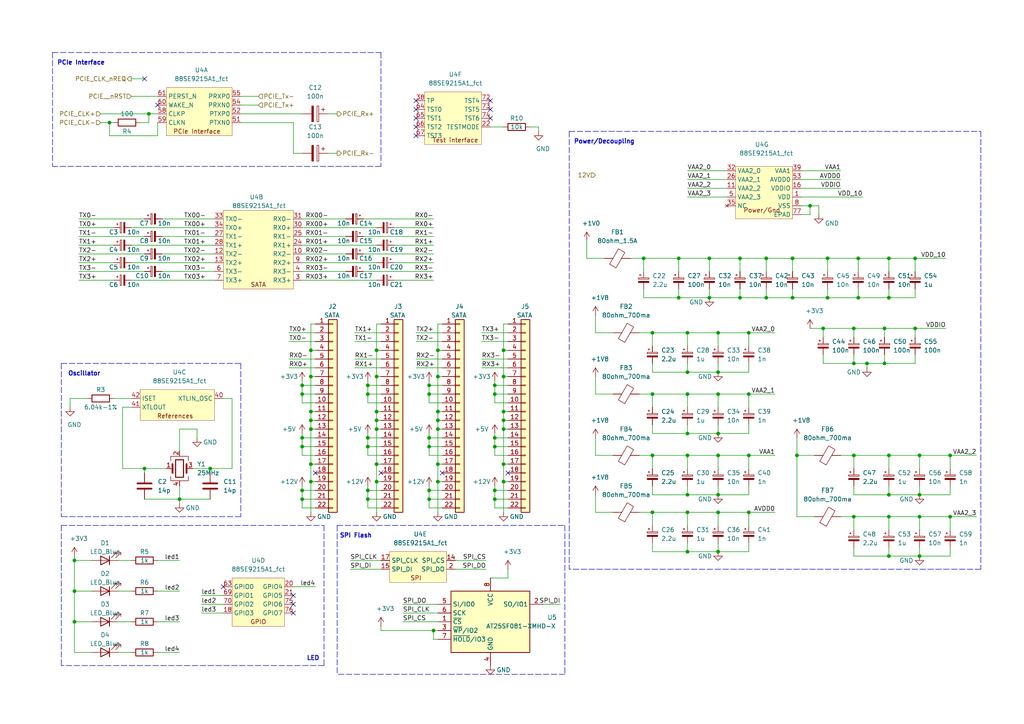
<source format=kicad_sch>
(kicad_sch (version 20211123) (generator eeschema)

  (uuid 0ea80abc-6a04-42d0-a24f-f399e659182a)

  (paper "A4")

  

  (junction (at 205.74 86.36) (diameter 0.9144) (color 0 0 0 0)
    (uuid 05a3fd88-c58e-4323-96ff-70847ec682b8)
  )
  (junction (at 90.17 109.22) (diameter 0.9144) (color 0 0 0 0)
    (uuid 060a9d78-785b-4e95-9f27-c70c9bd79368)
  )
  (junction (at 217.17 148.59) (diameter 0.9144) (color 0 0 0 0)
    (uuid 067b3699-1a46-41cc-9c7c-3cbbde83e2fb)
  )
  (junction (at 127 134.62) (diameter 0.9144) (color 0 0 0 0)
    (uuid 07ea9fe0-fccf-4161-ae79-4bb53994d273)
  )
  (junction (at 87.63 144.78) (diameter 0.9144) (color 0 0 0 0)
    (uuid 0816bee4-5935-4741-bd0f-c370f413b02b)
  )
  (junction (at 143.51 114.3) (diameter 0.9144) (color 0 0 0 0)
    (uuid 101131db-475d-4275-89d4-ac43ee9a25d5)
  )
  (junction (at 106.68 144.78) (diameter 0.9144) (color 0 0 0 0)
    (uuid 115c2483-0d3d-4658-9c56-55683456b2f9)
  )
  (junction (at 109.22 101.6) (diameter 0.9144) (color 0 0 0 0)
    (uuid 133e4738-5308-4c8f-a278-ff3a4b573a42)
  )
  (junction (at 208.28 107.95) (diameter 0.9144) (color 0 0 0 0)
    (uuid 134ebdd2-d265-4b1a-8213-3e042a51f566)
  )
  (junction (at 143.51 129.54) (diameter 0.9144) (color 0 0 0 0)
    (uuid 15849db9-220e-4afd-b7a0-07e5cbc925e5)
  )
  (junction (at 106.68 142.24) (diameter 0.9144) (color 0 0 0 0)
    (uuid 1807c891-5ccf-491b-b7cb-6605d0030f30)
  )
  (junction (at 257.81 161.29) (diameter 0.9144) (color 0 0 0 0)
    (uuid 199f157d-6f84-41da-be4c-6e21ffdc4f00)
  )
  (junction (at 247.65 149.86) (diameter 0.9144) (color 0 0 0 0)
    (uuid 1e153892-978d-4400-8801-39c4a5561d8b)
  )
  (junction (at 256.54 105.41) (diameter 0.9144) (color 0 0 0 0)
    (uuid 25f3023a-0b40-4b57-b672-1aea8836d4eb)
  )
  (junction (at 90.17 121.92) (diameter 0.9144) (color 0 0 0 0)
    (uuid 260c26af-1e30-4624-94a4-7cbfebc53f93)
  )
  (junction (at 146.05 134.62) (diameter 0.9144) (color 0 0 0 0)
    (uuid 2733a655-db42-498b-a705-184e4fe256a3)
  )
  (junction (at 196.85 74.93) (diameter 0.9144) (color 0 0 0 0)
    (uuid 29ec1054-96e5-4371-8fe7-f31c027b27f9)
  )
  (junction (at 90.17 119.38) (diameter 0.9144) (color 0 0 0 0)
    (uuid 2b5ef57e-9829-4c8c-a772-0c450fa178e8)
  )
  (junction (at 87.63 142.24) (diameter 0.9144) (color 0 0 0 0)
    (uuid 2ca7d35c-f03b-45eb-bc5e-72292d02981d)
  )
  (junction (at 106.68 111.76) (diameter 0.9144) (color 0 0 0 0)
    (uuid 2d9bce5f-b18b-47a2-9654-99086bc7c8ca)
  )
  (junction (at 222.25 74.93) (diameter 0.9144) (color 0 0 0 0)
    (uuid 2dd2edde-b79d-4ec7-87aa-5955ab5302f8)
  )
  (junction (at 143.51 144.78) (diameter 0.9144) (color 0 0 0 0)
    (uuid 31fb150b-1634-44a3-bbf0-4f27407886b5)
  )
  (junction (at 127 101.6) (diameter 0.9144) (color 0 0 0 0)
    (uuid 32152384-5f30-4790-a5a7-40a77da6c53b)
  )
  (junction (at 208.28 132.08) (diameter 0.9144) (color 0 0 0 0)
    (uuid 32f61989-73fd-4834-bc42-216f4a71d9ad)
  )
  (junction (at 266.7 149.86) (diameter 0.9144) (color 0 0 0 0)
    (uuid 33112a1f-3ef4-4453-945b-eafb5950befb)
  )
  (junction (at 109.22 119.38) (diameter 0.9144) (color 0 0 0 0)
    (uuid 3472ac51-2496-4774-b525-ca48b4eac389)
  )
  (junction (at 127 139.7) (diameter 0.9144) (color 0 0 0 0)
    (uuid 34f494d3-f727-4e92-b04b-bb02d398ea06)
  )
  (junction (at 60.96 135.89) (diameter 0.9144) (color 0 0 0 0)
    (uuid 3585a139-cfc6-4b57-99ce-0163d84caa4b)
  )
  (junction (at 189.23 148.59) (diameter 0.9144) (color 0 0 0 0)
    (uuid 393f0e56-c2d5-4ea4-8463-50265bc94d2d)
  )
  (junction (at 124.46 144.78) (diameter 0.9144) (color 0 0 0 0)
    (uuid 3a43f2ef-4839-435a-bede-c90252339a51)
  )
  (junction (at 186.69 74.93) (diameter 0.9144) (color 0 0 0 0)
    (uuid 3b6b0ef8-cb49-4806-a385-9d93130ffdc0)
  )
  (junction (at 256.54 95.25) (diameter 0.9144) (color 0 0 0 0)
    (uuid 453a77ad-fac0-4cd4-9fca-6e04f8cfa3e5)
  )
  (junction (at 208.28 114.3) (diameter 0.9144) (color 0 0 0 0)
    (uuid 46988679-cc79-4024-bbc1-b1f167609765)
  )
  (junction (at 208.28 96.52) (diameter 0.9144) (color 0 0 0 0)
    (uuid 48c77641-1046-44b0-bae8-52da953ea633)
  )
  (junction (at 146.05 139.7) (diameter 0.9144) (color 0 0 0 0)
    (uuid 5006a2d1-be56-41dc-888f-67fb86bea03b)
  )
  (junction (at 229.87 86.36) (diameter 0.9144) (color 0 0 0 0)
    (uuid 57f6b820-62fa-4d98-887a-d2a380a76964)
  )
  (junction (at 124.46 114.3) (diameter 0.9144) (color 0 0 0 0)
    (uuid 584970dc-5538-419b-b998-8d8d4ada798f)
  )
  (junction (at 238.76 95.25) (diameter 0.9144) (color 0 0 0 0)
    (uuid 5879090f-e6ed-48e6-a17d-670ffa2c5461)
  )
  (junction (at 106.68 114.3) (diameter 0.9144) (color 0 0 0 0)
    (uuid 5cfef867-dff5-4abc-9cf1-6fa8f45eaef2)
  )
  (junction (at 251.46 105.41) (diameter 0.9144) (color 0 0 0 0)
    (uuid 5d0be09d-133e-4cac-b0d8-fd336835cc6c)
  )
  (junction (at 199.39 107.95) (diameter 0.9144) (color 0 0 0 0)
    (uuid 5e066231-f8d2-43bf-bff3-80c6fb0c9c86)
  )
  (junction (at 199.39 114.3) (diameter 0.9144) (color 0 0 0 0)
    (uuid 61dc775a-14c7-4cce-be48-c5d6e8045697)
  )
  (junction (at 214.63 86.36) (diameter 0.9144) (color 0 0 0 0)
    (uuid 6228b587-c759-4f5a-aee2-44d44c696a08)
  )
  (junction (at 217.17 114.3) (diameter 0.9144) (color 0 0 0 0)
    (uuid 638492c1-39c4-4e69-a3a1-232b324e5b21)
  )
  (junction (at 247.65 95.25) (diameter 0.9144) (color 0 0 0 0)
    (uuid 649e27c1-a08d-4446-a16b-cdabdc592f17)
  )
  (junction (at 257.81 149.86) (diameter 0.9144) (color 0 0 0 0)
    (uuid 651c91fd-ec54-4600-b738-56cbf235205c)
  )
  (junction (at 248.92 74.93) (diameter 0.9144) (color 0 0 0 0)
    (uuid 660190eb-2890-4958-8da2-d63590e8e03c)
  )
  (junction (at 199.39 143.51) (diameter 0.9144) (color 0 0 0 0)
    (uuid 6640c556-30bc-4fc7-a797-35ec65cf0f77)
  )
  (junction (at 87.63 129.54) (diameter 0.9144) (color 0 0 0 0)
    (uuid 6792a032-9256-487f-aa0b-8c689e242f4e)
  )
  (junction (at 109.22 109.22) (diameter 0.9144) (color 0 0 0 0)
    (uuid 6bcc4470-6fe4-4c8d-ba29-7eeb8005d7fa)
  )
  (junction (at 240.03 86.36) (diameter 0.9144) (color 0 0 0 0)
    (uuid 6f172490-e7c3-45a0-aafa-f94d5c12df3c)
  )
  (junction (at 146.05 109.22) (diameter 0.9144) (color 0 0 0 0)
    (uuid 6f9f8538-0b96-4eb3-a978-1c7439c0e8bf)
  )
  (junction (at 31.75 35.56) (diameter 0.9144) (color 0 0 0 0)
    (uuid 7131ee3d-de36-4b6f-a391-6695d97d81c2)
  )
  (junction (at 217.17 96.52) (diameter 0.9144) (color 0 0 0 0)
    (uuid 72f86fac-1de9-4853-b551-bbe9529da2a3)
  )
  (junction (at 247.65 105.41) (diameter 0.9144) (color 0 0 0 0)
    (uuid 783d99f0-9b1b-482f-8119-337c4a520061)
  )
  (junction (at 199.39 125.73) (diameter 0.9144) (color 0 0 0 0)
    (uuid 7a6f4622-4213-4c81-84d2-b9b224d2a864)
  )
  (junction (at 257.81 132.08) (diameter 0.9144) (color 0 0 0 0)
    (uuid 7a961303-0ee0-4514-9c41-71f7612da80d)
  )
  (junction (at 208.28 160.02) (diameter 0.9144) (color 0 0 0 0)
    (uuid 7f180349-2cf1-4faf-8ede-f82101d0fa01)
  )
  (junction (at 199.39 160.02) (diameter 0.9144) (color 0 0 0 0)
    (uuid 80cb90dd-8449-449f-bec1-5e371021e295)
  )
  (junction (at 124.46 127) (diameter 0.9144) (color 0 0 0 0)
    (uuid 825fbe04-7d0f-48c0-b196-0082d6b05859)
  )
  (junction (at 189.23 96.52) (diameter 0.9144) (color 0 0 0 0)
    (uuid 838ac53b-3ec1-4b97-9af6-c64a64ade18e)
  )
  (junction (at 109.22 139.7) (diameter 0.9144) (color 0 0 0 0)
    (uuid 85ce4d4c-d093-4323-9a04-70d33e2d6c7e)
  )
  (junction (at 247.65 132.08) (diameter 0.9144) (color 0 0 0 0)
    (uuid 8967a184-9ee6-4ceb-8e38-09ca452dd23c)
  )
  (junction (at 109.22 124.46) (diameter 0.9144) (color 0 0 0 0)
    (uuid 8d2043d0-1e2a-47a8-b40c-1d3c6b8242cf)
  )
  (junction (at 87.63 127) (diameter 0.9144) (color 0 0 0 0)
    (uuid 8d6a069f-4023-40e5-b77a-c447eb7c2730)
  )
  (junction (at 87.63 111.76) (diameter 0.9144) (color 0 0 0 0)
    (uuid 8e2a2f6b-8167-4ac5-b2a6-8fefc2e5007d)
  )
  (junction (at 265.43 74.93) (diameter 0.9144) (color 0 0 0 0)
    (uuid 8e865536-7e57-40b8-97a2-c3d4b4b14caf)
  )
  (junction (at 275.59 132.08) (diameter 0.9144) (color 0 0 0 0)
    (uuid 91c9976e-33f3-4776-850e-36ee5d251977)
  )
  (junction (at 41.91 135.89) (diameter 0.9144) (color 0 0 0 0)
    (uuid 91d0ac33-7c52-4428-ba83-8720a383522c)
  )
  (junction (at 275.59 149.86) (diameter 0.9144) (color 0 0 0 0)
    (uuid 97c50482-6541-4532-8eba-6810ebff5ba3)
  )
  (junction (at 127 121.92) (diameter 0.9144) (color 0 0 0 0)
    (uuid 98fdaaa4-ab6c-4567-b372-3bc94fd81e5f)
  )
  (junction (at 87.63 114.3) (diameter 0.9144) (color 0 0 0 0)
    (uuid 9aa4051b-5d8e-420b-bd92-028862775303)
  )
  (junction (at 217.17 132.08) (diameter 0.9144) (color 0 0 0 0)
    (uuid 9bbfc9f6-2a80-4dea-9ff5-2759035e5aa6)
  )
  (junction (at 222.25 86.36) (diameter 0.9144) (color 0 0 0 0)
    (uuid 9bf78976-ad42-44da-b016-b92a04213a48)
  )
  (junction (at 124.46 142.24) (diameter 0.9144) (color 0 0 0 0)
    (uuid 9c81b9e4-c3e8-4c27-acdb-80b385e836a7)
  )
  (junction (at 106.68 129.54) (diameter 0.9144) (color 0 0 0 0)
    (uuid 9d460f71-ca89-4f90-b952-20c79bec7158)
  )
  (junction (at 266.7 161.29) (diameter 0.9144) (color 0 0 0 0)
    (uuid 9d48d597-b34c-4d62-95c8-00458414359f)
  )
  (junction (at 208.28 143.51) (diameter 0.9144) (color 0 0 0 0)
    (uuid 9e494106-9748-4063-aab8-1d81407059de)
  )
  (junction (at 124.46 129.54) (diameter 0.9144) (color 0 0 0 0)
    (uuid 9e72b1b6-3005-465f-b29c-9fb2358144c7)
  )
  (junction (at 21.59 162.56) (diameter 0.9144) (color 0 0 0 0)
    (uuid 9fa8af66-62ad-41ac-afee-78344131d7e2)
  )
  (junction (at 199.39 148.59) (diameter 0.9144) (color 0 0 0 0)
    (uuid a18da1d6-412f-494b-867d-28a1d0ab5318)
  )
  (junction (at 90.17 139.7) (diameter 0.9144) (color 0 0 0 0)
    (uuid a277cb94-54f4-4201-9b19-13124e8120b4)
  )
  (junction (at 127 124.46) (diameter 0.9144) (color 0 0 0 0)
    (uuid a86ebb7d-c08b-41a3-932e-4967a39ce5f9)
  )
  (junction (at 257.81 143.51) (diameter 0.9144) (color 0 0 0 0)
    (uuid aa1a0bd5-2e16-4ae4-84c6-ff71de2d0c53)
  )
  (junction (at 21.59 180.34) (diameter 0.9144) (color 0 0 0 0)
    (uuid aa95d6eb-61a1-46de-9823-1ac851e53563)
  )
  (junction (at 214.63 74.93) (diameter 0.9144) (color 0 0 0 0)
    (uuid abaf0800-b23b-4bb1-9bdf-6551a3604128)
  )
  (junction (at 265.43 95.25) (diameter 0.9144) (color 0 0 0 0)
    (uuid acbae352-7edb-481c-9de1-1fbd99403011)
  )
  (junction (at 124.46 111.76) (diameter 0.9144) (color 0 0 0 0)
    (uuid accfea22-0220-4bfc-bc57-88d0ba04c651)
  )
  (junction (at 208.28 148.59) (diameter 0.9144) (color 0 0 0 0)
    (uuid af4061e0-2fb3-421c-9efe-82e8563650d9)
  )
  (junction (at 231.14 132.08) (diameter 0.9144) (color 0 0 0 0)
    (uuid b04080e5-2876-4809-b8eb-6b6d5549c662)
  )
  (junction (at 21.59 171.45) (diameter 0.9144) (color 0 0 0 0)
    (uuid b1dad93c-ba77-40bd-9b75-65e2d6f9b5a1)
  )
  (junction (at 257.81 74.93) (diameter 0.9144) (color 0 0 0 0)
    (uuid b217b8c4-9da3-40f9-a62d-8788048abf37)
  )
  (junction (at 43.18 33.02) (diameter 0.9144) (color 0 0 0 0)
    (uuid b4180bb0-8dc9-48ec-9931-26e9377a82e1)
  )
  (junction (at 189.23 114.3) (diameter 0.9144) (color 0 0 0 0)
    (uuid b7d17bac-1e38-46d5-a98a-e0926b878e04)
  )
  (junction (at 257.81 86.36) (diameter 0.9144) (color 0 0 0 0)
    (uuid b85d8111-c66c-4649-8ef3-173324d8dc2f)
  )
  (junction (at 146.05 121.92) (diameter 0.9144) (color 0 0 0 0)
    (uuid b908b981-26a7-43ab-bb19-96137e6f2a5a)
  )
  (junction (at 199.39 96.52) (diameter 0.9144) (color 0 0 0 0)
    (uuid bc234a96-8e81-44f9-b2e6-4514c92af46f)
  )
  (junction (at 143.51 142.24) (diameter 0.9144) (color 0 0 0 0)
    (uuid c0cb9ac4-a13f-4ce2-8aea-f334c934d5b3)
  )
  (junction (at 143.51 111.76) (diameter 0.9144) (color 0 0 0 0)
    (uuid c36e7618-99ac-4188-82ad-148b9401ee0f)
  )
  (junction (at 106.68 127) (diameter 0.9144) (color 0 0 0 0)
    (uuid c6f64293-5e29-4afa-8644-d8f9ea3d34e8)
  )
  (junction (at 52.07 144.78) (diameter 0.9144) (color 0 0 0 0)
    (uuid c89b3dc0-3882-490a-b628-aad226ceaf7d)
  )
  (junction (at 240.03 74.93) (diameter 0.9144) (color 0 0 0 0)
    (uuid c92ed306-89e5-432e-9a6e-eb8c5772ee7a)
  )
  (junction (at 266.7 132.08) (diameter 0.9144) (color 0 0 0 0)
    (uuid ca6bed28-5471-4a76-b6aa-41bb1fbae087)
  )
  (junction (at 90.17 124.46) (diameter 0.9144) (color 0 0 0 0)
    (uuid ca9b4264-1527-4eb9-9c4a-0f8f3219656b)
  )
  (junction (at 189.23 132.08) (diameter 0.9144) (color 0 0 0 0)
    (uuid caaf1f33-3031-4927-a17d-4cf530ad7fd5)
  )
  (junction (at 146.05 101.6) (diameter 0.9144) (color 0 0 0 0)
    (uuid cb65e3b7-af7c-4e91-bec7-ee202fea2815)
  )
  (junction (at 125.73 182.88) (diameter 0.9144) (color 0 0 0 0)
    (uuid ce81dad1-984f-418b-94c3-c50892ce4eaf)
  )
  (junction (at 146.05 124.46) (diameter 0.9144) (color 0 0 0 0)
    (uuid d05ca12a-32d4-4c55-95ec-69bfada58ba7)
  )
  (junction (at 146.05 119.38) (diameter 0.9144) (color 0 0 0 0)
    (uuid d2551b77-8cbc-4e7a-af3b-fc16fb61dc91)
  )
  (junction (at 266.7 143.51) (diameter 0.9144) (color 0 0 0 0)
    (uuid d8e5be0d-d98f-406a-bb3b-e2b68228703b)
  )
  (junction (at 109.22 134.62) (diameter 0.9144) (color 0 0 0 0)
    (uuid d916b305-a832-4de9-944b-164deaf38300)
  )
  (junction (at 90.17 134.62) (diameter 0.9144) (color 0 0 0 0)
    (uuid dd7274bb-36be-4baa-903e-939c1f1b99f6)
  )
  (junction (at 90.17 101.6) (diameter 0.9144) (color 0 0 0 0)
    (uuid e06f99ab-70c9-48e0-9786-de35bc5b9bdc)
  )
  (junction (at 234.95 59.69) (diameter 0.9144) (color 0 0 0 0)
    (uuid e23e042d-8f92-4013-8975-7e4b18e4c81f)
  )
  (junction (at 143.51 127) (diameter 0.9144) (color 0 0 0 0)
    (uuid e2438ac6-18fb-4b36-bec6-4ea332ad0f99)
  )
  (junction (at 127 109.22) (diameter 0.9144) (color 0 0 0 0)
    (uuid e37b0ec1-e6e0-41cc-abe1-ad47cc32e2d2)
  )
  (junction (at 127 119.38) (diameter 0.9144) (color 0 0 0 0)
    (uuid e48d619a-e38f-4825-9d22-87e3b38d9c99)
  )
  (junction (at 196.85 86.36) (diameter 0.9144) (color 0 0 0 0)
    (uuid e62f9cc5-f046-442e-9360-e5ca54404aa5)
  )
  (junction (at 208.28 125.73) (diameter 0.9144) (color 0 0 0 0)
    (uuid e8276875-e9c3-4942-8dc8-97d96e3f05f5)
  )
  (junction (at 205.74 74.93) (diameter 0.9144) (color 0 0 0 0)
    (uuid ea399d10-1f30-4eb9-af71-91adeba50151)
  )
  (junction (at 229.87 74.93) (diameter 0.9144) (color 0 0 0 0)
    (uuid f5496577-1f0e-43c4-b7b1-d474695074a1)
  )
  (junction (at 109.22 121.92) (diameter 0.9144) (color 0 0 0 0)
    (uuid f69e205d-71f1-4bed-8e46-d37fa1b7672f)
  )
  (junction (at 199.39 132.08) (diameter 0.9144) (color 0 0 0 0)
    (uuid f86cba30-221c-4482-a722-9565a7604bea)
  )
  (junction (at 248.92 86.36) (diameter 0.9144) (color 0 0 0 0)
    (uuid ff5ead9b-37b8-4bc9-9ac4-39775f57c6cf)
  )

  (no_connect (at 120.65 36.83) (uuid 1a876608-356f-4851-a017-12b4102ae254))
  (no_connect (at 147.32 137.16) (uuid 1f71a2a4-252b-4e7a-b80e-5e85717dad20))
  (no_connect (at 64.77 170.18) (uuid 25767dba-890b-4d3d-80f2-1f550875783f))
  (no_connect (at 91.44 137.16) (uuid 2b0c669d-cfc5-4260-a4c8-cb9cd528e6da))
  (no_connect (at 120.65 34.29) (uuid 30310310-3de8-4d44-b2c1-d6d37838a3d8))
  (no_connect (at 120.65 31.75) (uuid 39f6f276-2d46-4e3e-ab0a-d8183a193489))
  (no_connect (at 85.09 175.26) (uuid 3cd83329-dd82-4462-9077-ddafee2089e7))
  (no_connect (at 142.24 31.75) (uuid 3daa65f0-53db-4ff6-b6a7-4484dabe2544))
  (no_connect (at 120.65 29.21) (uuid 4d21f28c-2a57-4275-b15f-fcd09bf6c4ed))
  (no_connect (at 85.09 177.8) (uuid 50e01ff5-2b78-4646-a59d-7ca2dea26254))
  (no_connect (at 128.27 137.16) (uuid 6af83b01-947f-4cf9-8fd0-e9a80329457c))
  (no_connect (at 142.24 29.21) (uuid 9f896d38-48df-4e40-9ab6-e8fa0f83f4dd))
  (no_connect (at 85.09 172.72) (uuid b655d339-7968-4d3b-8e06-a4c670de72c6))
  (no_connect (at 41.91 22.86) (uuid b903a9df-56a9-456f-87c0-71a6be1688eb))
  (no_connect (at 45.72 30.48) (uuid bb182631-094e-4484-ac51-1df6f3b3f390))
  (no_connect (at 142.24 34.29) (uuid c6046c91-ca96-4f7a-8819-4739af7c4e54))
  (no_connect (at 110.49 137.16) (uuid c81c5304-c732-44ee-997c-c84228d88fd9))
  (no_connect (at 120.65 39.37) (uuid e98cb26f-e9d8-452e-8849-9e1bd7858f3a))

  (wire (pts (xy 128.27 147.32) (xy 124.46 147.32))
    (stroke (width 0) (type solid) (color 0 0 0 0))
    (uuid 0036f854-e461-4df7-b25f-bcd240b875e8)
  )
  (wire (pts (xy 109.22 119.38) (xy 110.49 119.38))
    (stroke (width 0) (type solid) (color 0 0 0 0))
    (uuid 02e8c08a-90f1-4905-8650-34b631433c33)
  )
  (polyline (pts (xy 93.98 193.04) (xy 17.78 193.04))
    (stroke (width 0) (type dash) (color 0 0 0 0))
    (uuid 02f07c22-4da2-489b-9b17-473ba353c08c)
  )

  (wire (pts (xy 110.49 147.32) (xy 106.68 147.32))
    (stroke (width 0) (type solid) (color 0 0 0 0))
    (uuid 0349fd09-2910-4c53-9385-6d0a141e9f9d)
  )
  (wire (pts (xy 243.84 132.08) (xy 247.65 132.08))
    (stroke (width 0) (type solid) (color 0 0 0 0))
    (uuid 03d3bd3b-7067-4ab4-b596-cfd0763df22a)
  )
  (wire (pts (xy 128.27 132.08) (xy 124.46 132.08))
    (stroke (width 0) (type solid) (color 0 0 0 0))
    (uuid 0461d9d1-17ac-401a-ba7e-5846c644381e)
  )
  (wire (pts (xy 21.59 171.45) (xy 21.59 180.34))
    (stroke (width 0) (type solid) (color 0 0 0 0))
    (uuid 04e77528-233c-4e4b-a0f7-47c350333a48)
  )
  (wire (pts (xy 67.31 135.89) (xy 67.31 115.57))
    (stroke (width 0) (type solid) (color 0 0 0 0))
    (uuid 05708ace-5e42-49e3-b44b-a45edc2c8449)
  )
  (polyline (pts (xy 163.83 152.4) (xy 163.83 195.58))
    (stroke (width 0) (type dash) (color 0 0 0 0))
    (uuid 0586c8ec-01b4-4015-9b7f-560bc2fc7fd6)
  )

  (wire (pts (xy 222.25 86.36) (xy 214.63 86.36))
    (stroke (width 0) (type solid) (color 0 0 0 0))
    (uuid 06ac76cb-4f83-453c-8a43-de17b7f3b076)
  )
  (wire (pts (xy 109.22 109.22) (xy 110.49 109.22))
    (stroke (width 0) (type solid) (color 0 0 0 0))
    (uuid 0815cf45-fce4-460a-a26a-0e013ce45726)
  )
  (wire (pts (xy 199.39 54.61) (xy 210.82 54.61))
    (stroke (width 0) (type solid) (color 0 0 0 0))
    (uuid 0848f461-131f-4aa9-a11f-f1ac82e901bb)
  )
  (wire (pts (xy 128.27 93.98) (xy 127 93.98))
    (stroke (width 0) (type solid) (color 0 0 0 0))
    (uuid 08aca154-9110-4ea6-90db-1082cc2fc37f)
  )
  (wire (pts (xy 110.49 93.98) (xy 109.22 93.98))
    (stroke (width 0) (type solid) (color 0 0 0 0))
    (uuid 08bd0623-0506-4091-a63a-82bec937d106)
  )
  (wire (pts (xy 199.39 105.41) (xy 199.39 107.95))
    (stroke (width 0) (type solid) (color 0 0 0 0))
    (uuid 0a92688d-dba2-4141-82c6-2f49e3adaa71)
  )
  (wire (pts (xy 124.46 129.54) (xy 124.46 127))
    (stroke (width 0) (type solid) (color 0 0 0 0))
    (uuid 0b9c8ba0-f9ed-466d-a81a-155362e12477)
  )
  (wire (pts (xy 247.65 132.08) (xy 247.65 135.89))
    (stroke (width 0) (type solid) (color 0 0 0 0))
    (uuid 0c8e8786-b58e-4e64-a4e2-0dcc4be725d7)
  )
  (wire (pts (xy 21.59 180.34) (xy 21.59 189.23))
    (stroke (width 0) (type solid) (color 0 0 0 0))
    (uuid 0e804f73-4257-4cf9-bcc9-7595de7e5165)
  )
  (wire (pts (xy 90.17 101.6) (xy 91.44 101.6))
    (stroke (width 0) (type solid) (color 0 0 0 0))
    (uuid 0ee4696c-4252-4263-9103-6fc1cde937a8)
  )
  (wire (pts (xy 231.14 132.08) (xy 231.14 149.86))
    (stroke (width 0) (type solid) (color 0 0 0 0))
    (uuid 0f3e17bf-1037-495a-96b3-6737a70187bf)
  )
  (wire (pts (xy 217.17 132.08) (xy 224.79 132.08))
    (stroke (width 0) (type solid) (color 0 0 0 0))
    (uuid 0fbfc11c-8a59-4f27-b002-921a616375b3)
  )
  (polyline (pts (xy 69.85 105.41) (xy 69.85 149.86))
    (stroke (width 0) (type dash) (color 0 0 0 0))
    (uuid 10e05db8-5bbe-419a-8445-353b20f1e94e)
  )

  (wire (pts (xy 205.74 86.36) (xy 214.63 86.36))
    (stroke (width 0) (type solid) (color 0 0 0 0))
    (uuid 10f53ebd-9038-4b04-8463-fed7fa84e990)
  )
  (wire (pts (xy 208.28 143.51) (xy 217.17 143.51))
    (stroke (width 0) (type solid) (color 0 0 0 0))
    (uuid 114be0eb-5121-41e4-a632-372af0aa912c)
  )
  (wire (pts (xy 127 134.62) (xy 127 124.46))
    (stroke (width 0) (type solid) (color 0 0 0 0))
    (uuid 119088ec-bb09-4224-8786-58c58a95e50f)
  )
  (wire (pts (xy 35.56 118.11) (xy 35.56 135.89))
    (stroke (width 0) (type solid) (color 0 0 0 0))
    (uuid 11db1f41-ce5a-45eb-aa25-0eb38bf0fd06)
  )
  (wire (pts (xy 91.44 124.46) (xy 90.17 124.46))
    (stroke (width 0) (type solid) (color 0 0 0 0))
    (uuid 12ba041b-8d93-4bda-a31c-c0c9b7e5a457)
  )
  (wire (pts (xy 248.92 74.93) (xy 240.03 74.93))
    (stroke (width 0) (type solid) (color 0 0 0 0))
    (uuid 12e23376-8475-47ab-96fc-22a1ce917ac6)
  )
  (wire (pts (xy 38.1 27.94) (xy 45.72 27.94))
    (stroke (width 0) (type solid) (color 0 0 0 0))
    (uuid 13acb44a-a30d-408d-81a3-4e205959d5c2)
  )
  (wire (pts (xy 247.65 158.75) (xy 247.65 161.29))
    (stroke (width 0) (type solid) (color 0 0 0 0))
    (uuid 13ed4c1e-c2c4-4435-984f-b62e80879c24)
  )
  (wire (pts (xy 189.23 105.41) (xy 189.23 107.95))
    (stroke (width 0) (type solid) (color 0 0 0 0))
    (uuid 1422d1da-75b3-4f0a-8908-78d0c3564cfb)
  )
  (wire (pts (xy 156.21 36.83) (xy 153.67 36.83))
    (stroke (width 0) (type solid) (color 0 0 0 0))
    (uuid 1527a3e2-77e8-4974-881d-5693b03cf6f8)
  )
  (wire (pts (xy 146.05 134.62) (xy 146.05 124.46))
    (stroke (width 0) (type solid) (color 0 0 0 0))
    (uuid 1582591c-8b67-4c94-a10c-89d2716b02c9)
  )
  (polyline (pts (xy 165.1 38.1) (xy 165.1 165.1))
    (stroke (width 0) (type dash) (color 0 0 0 0))
    (uuid 15e4674b-7a72-411e-a33c-83977ac3e07f)
  )

  (wire (pts (xy 87.63 110.49) (xy 87.63 111.76))
    (stroke (width 0) (type solid) (color 0 0 0 0))
    (uuid 161d522e-2afd-4814-9220-88d63a9d1854)
  )
  (wire (pts (xy 229.87 74.93) (xy 222.25 74.93))
    (stroke (width 0) (type solid) (color 0 0 0 0))
    (uuid 16a10004-e451-41c9-b989-af8ab47d12b4)
  )
  (wire (pts (xy 208.28 157.48) (xy 208.28 160.02))
    (stroke (width 0) (type solid) (color 0 0 0 0))
    (uuid 1768dc5d-8757-4ec0-8366-24bc67dc47bf)
  )
  (wire (pts (xy 266.7 132.08) (xy 275.59 132.08))
    (stroke (width 0) (type solid) (color 0 0 0 0))
    (uuid 17951fc8-b9e1-43e3-b40a-02f7fb69ebaa)
  )
  (wire (pts (xy 257.81 149.86) (xy 257.81 153.67))
    (stroke (width 0) (type solid) (color 0 0 0 0))
    (uuid 188d165f-b6b9-4a2b-b5d2-d7b0f80ac372)
  )
  (wire (pts (xy 247.65 105.41) (xy 251.46 105.41))
    (stroke (width 0) (type solid) (color 0 0 0 0))
    (uuid 19f3b9f0-4ab5-4295-a3ad-4d7e365b89df)
  )
  (wire (pts (xy 109.22 109.22) (xy 109.22 119.38))
    (stroke (width 0) (type solid) (color 0 0 0 0))
    (uuid 1a1cd2d1-23b0-4733-8184-75a93a6a56af)
  )
  (wire (pts (xy 189.23 143.51) (xy 199.39 143.51))
    (stroke (width 0) (type solid) (color 0 0 0 0))
    (uuid 1a53dd90-5764-46c9-a6c4-b3bb699b648b)
  )
  (wire (pts (xy 143.51 129.54) (xy 143.51 127))
    (stroke (width 0) (type solid) (color 0 0 0 0))
    (uuid 1a727070-ea4b-46ce-aa40-bfcda51f108d)
  )
  (wire (pts (xy 90.17 109.22) (xy 90.17 119.38))
    (stroke (width 0) (type solid) (color 0 0 0 0))
    (uuid 1b1772bd-cef4-4c4a-90d2-fa8edd10a56e)
  )
  (wire (pts (xy 208.28 107.95) (xy 217.17 107.95))
    (stroke (width 0) (type solid) (color 0 0 0 0))
    (uuid 1b6a5f5e-ce8c-4b10-b2eb-c36e73568408)
  )
  (wire (pts (xy 87.63 125.73) (xy 87.63 127))
    (stroke (width 0) (type solid) (color 0 0 0 0))
    (uuid 1b9ec279-f2dc-43a0-8df2-dbeffe8f4f5a)
  )
  (wire (pts (xy 52.07 144.78) (xy 52.07 146.05))
    (stroke (width 0) (type solid) (color 0 0 0 0))
    (uuid 1cba671b-4b9c-4888-b98a-351b121a52a6)
  )
  (polyline (pts (xy 284.48 165.1) (xy 165.1 165.1))
    (stroke (width 0) (type dash) (color 0 0 0 0))
    (uuid 1cf67a66-d3ae-4096-a57a-09ff62d442d7)
  )

  (wire (pts (xy 257.81 83.82) (xy 257.81 86.36))
    (stroke (width 0) (type solid) (color 0 0 0 0))
    (uuid 1d2141c2-f338-4386-9a1b-4e557938993f)
  )
  (wire (pts (xy 265.43 78.74) (xy 265.43 74.93))
    (stroke (width 0) (type solid) (color 0 0 0 0))
    (uuid 1d3767dc-5c65-493e-b1cd-ba2dd7492e3d)
  )
  (wire (pts (xy 247.65 95.25) (xy 256.54 95.25))
    (stroke (width 0) (type solid) (color 0 0 0 0))
    (uuid 1d55fc14-2046-4fea-8b86-e859ed37d3e4)
  )
  (wire (pts (xy 143.51 114.3) (xy 143.51 111.76))
    (stroke (width 0) (type solid) (color 0 0 0 0))
    (uuid 1d898931-4c98-4c22-9769-1b648432f650)
  )
  (wire (pts (xy 33.02 115.57) (xy 38.1 115.57))
    (stroke (width 0) (type solid) (color 0 0 0 0))
    (uuid 1e0f374e-b798-441a-8671-8bdaaf85e234)
  )
  (wire (pts (xy 147.32 114.3) (xy 143.51 114.3))
    (stroke (width 0) (type solid) (color 0 0 0 0))
    (uuid 1e1ee972-931b-4017-be38-47f6d3117aee)
  )
  (wire (pts (xy 172.72 96.52) (xy 172.72 91.44))
    (stroke (width 0) (type solid) (color 0 0 0 0))
    (uuid 1e4a4162-6b1b-41a3-a0e2-4a54a22ea5f2)
  )
  (wire (pts (xy 146.05 109.22) (xy 146.05 119.38))
    (stroke (width 0) (type solid) (color 0 0 0 0))
    (uuid 1e712adc-6911-4533-a9b4-8d7c832ac8a2)
  )
  (wire (pts (xy 208.28 105.41) (xy 208.28 107.95))
    (stroke (width 0) (type solid) (color 0 0 0 0))
    (uuid 1f0e6f2d-e77e-49bf-a7f7-7b1681ce20ff)
  )
  (wire (pts (xy 217.17 114.3) (xy 217.17 118.11))
    (stroke (width 0) (type solid) (color 0 0 0 0))
    (uuid 1f41cb98-f771-4190-9a79-1c072013f02d)
  )
  (wire (pts (xy 110.49 129.54) (xy 106.68 129.54))
    (stroke (width 0) (type solid) (color 0 0 0 0))
    (uuid 1f48cac7-485b-47b0-a91b-b423371e5b97)
  )
  (wire (pts (xy 189.23 132.08) (xy 189.23 135.89))
    (stroke (width 0) (type solid) (color 0 0 0 0))
    (uuid 1ffc2d1a-b79f-491d-8d74-9fbae0461c13)
  )
  (wire (pts (xy 128.27 129.54) (xy 124.46 129.54))
    (stroke (width 0) (type solid) (color 0 0 0 0))
    (uuid 20ac5889-4574-4375-a4cc-92ebe5faf4bb)
  )
  (wire (pts (xy 87.63 116.84) (xy 87.63 114.3))
    (stroke (width 0) (type solid) (color 0 0 0 0))
    (uuid 21fed9e8-0d48-4e4d-9d7c-29fac3291066)
  )
  (wire (pts (xy 127 101.6) (xy 127 109.22))
    (stroke (width 0) (type solid) (color 0 0 0 0))
    (uuid 228f8b8c-0e92-49f7-9a54-2cc26c08c41e)
  )
  (wire (pts (xy 106.68 127) (xy 110.49 127))
    (stroke (width 0) (type solid) (color 0 0 0 0))
    (uuid 22e2a3cf-31ed-42f4-b6ce-e51d47acfb5e)
  )
  (wire (pts (xy 189.23 96.52) (xy 189.23 100.33))
    (stroke (width 0) (type solid) (color 0 0 0 0))
    (uuid 237b282f-136a-4eb1-ae5b-3444e5185d24)
  )
  (wire (pts (xy 247.65 95.25) (xy 247.65 97.79))
    (stroke (width 0) (type solid) (color 0 0 0 0))
    (uuid 23d00918-4d3b-426e-9ded-d1738d924cff)
  )
  (wire (pts (xy 232.41 57.15) (xy 250.19 57.15))
    (stroke (width 0) (type solid) (color 0 0 0 0))
    (uuid 25a6b811-460a-48f9-b789-421ddb866667)
  )
  (wire (pts (xy 186.69 74.93) (xy 186.69 78.74))
    (stroke (width 0) (type solid) (color 0 0 0 0))
    (uuid 26797722-4061-408e-99e3-6e62a3096ba5)
  )
  (wire (pts (xy 217.17 143.51) (xy 217.17 140.97))
    (stroke (width 0) (type solid) (color 0 0 0 0))
    (uuid 26b188f6-1c60-4bbd-ba75-95cc289589ef)
  )
  (wire (pts (xy 91.44 114.3) (xy 87.63 114.3))
    (stroke (width 0) (type solid) (color 0 0 0 0))
    (uuid 272734d5-beeb-4ae7-a77a-35ca67ee4031)
  )
  (wire (pts (xy 87.63 78.74) (xy 100.33 78.74))
    (stroke (width 0) (type solid) (color 0 0 0 0))
    (uuid 2767fc2d-0dde-4f66-9d72-5e7bd4002904)
  )
  (wire (pts (xy 45.72 35.56) (xy 45.72 39.37))
    (stroke (width 0) (type solid) (color 0 0 0 0))
    (uuid 279e118f-7070-42d3-a896-b741103924dd)
  )
  (wire (pts (xy 120.65 104.14) (xy 128.27 104.14))
    (stroke (width 0) (type solid) (color 0 0 0 0))
    (uuid 288a55ce-5042-48c8-8163-04483bc50f72)
  )
  (wire (pts (xy 214.63 74.93) (xy 222.25 74.93))
    (stroke (width 0) (type solid) (color 0 0 0 0))
    (uuid 288bc021-769b-4a18-8aee-6132092e6907)
  )
  (wire (pts (xy 69.85 33.02) (xy 87.63 33.02))
    (stroke (width 0) (type solid) (color 0 0 0 0))
    (uuid 28c1117b-292f-43da-9542-c7f30a9d4310)
  )
  (wire (pts (xy 265.43 95.25) (xy 265.43 97.79))
    (stroke (width 0) (type solid) (color 0 0 0 0))
    (uuid 290cebd9-eb62-433e-980e-cb4b2406be8c)
  )
  (polyline (pts (xy 17.78 105.41) (xy 69.85 105.41))
    (stroke (width 0) (type dash) (color 0 0 0 0))
    (uuid 2abe9fd3-6778-49cd-9f55-d1bf7b7b8e17)
  )

  (wire (pts (xy 34.29 189.23) (xy 38.1 189.23))
    (stroke (width 0) (type solid) (color 0 0 0 0))
    (uuid 2b8fa3f7-f885-4a80-ab20-946aae634258)
  )
  (wire (pts (xy 247.65 149.86) (xy 247.65 153.67))
    (stroke (width 0) (type solid) (color 0 0 0 0))
    (uuid 2d49f190-3d5c-44b9-a6d1-ee1e3e8eff31)
  )
  (wire (pts (xy 43.18 35.56) (xy 40.64 35.56))
    (stroke (width 0) (type solid) (color 0 0 0 0))
    (uuid 2f07a385-0dbc-4038-8276-12dc4188fb85)
  )
  (wire (pts (xy 106.68 125.73) (xy 106.68 127))
    (stroke (width 0) (type solid) (color 0 0 0 0))
    (uuid 2f16171c-0e69-4990-8bbb-6f310a33ed98)
  )
  (wire (pts (xy 46.99 73.66) (xy 62.23 73.66))
    (stroke (width 0) (type solid) (color 0 0 0 0))
    (uuid 2f757aef-9ba2-437e-990b-b08af0d6224a)
  )
  (wire (pts (xy 109.22 139.7) (xy 109.22 148.59))
    (stroke (width 0) (type solid) (color 0 0 0 0))
    (uuid 2f78b2b7-2c91-4e42-961d-240f613a40eb)
  )
  (wire (pts (xy 45.72 189.23) (xy 52.07 189.23))
    (stroke (width 0) (type solid) (color 0 0 0 0))
    (uuid 3085347e-b655-4f8c-846e-d0d585b53b3b)
  )
  (wire (pts (xy 90.17 139.7) (xy 90.17 134.62))
    (stroke (width 0) (type solid) (color 0 0 0 0))
    (uuid 30b2286a-33eb-4b61-a6f3-b69980a26bd8)
  )
  (wire (pts (xy 146.05 124.46) (xy 146.05 121.92))
    (stroke (width 0) (type solid) (color 0 0 0 0))
    (uuid 30ff4b22-0420-463c-96f0-6ed05180031b)
  )
  (wire (pts (xy 146.05 119.38) (xy 146.05 121.92))
    (stroke (width 0) (type solid) (color 0 0 0 0))
    (uuid 316d7f1d-b79c-4a56-be16-9f16f1c94c7e)
  )
  (wire (pts (xy 21.59 162.56) (xy 21.59 171.45))
    (stroke (width 0) (type solid) (color 0 0 0 0))
    (uuid 32b5217e-f32b-4b48-9584-a28b8f92917a)
  )
  (wire (pts (xy 105.41 63.5) (xy 125.73 63.5))
    (stroke (width 0) (type solid) (color 0 0 0 0))
    (uuid 33e870d1-4acb-4556-8028-ebf141752266)
  )
  (wire (pts (xy 142.24 36.83) (xy 146.05 36.83))
    (stroke (width 0) (type solid) (color 0 0 0 0))
    (uuid 3404bc4f-3e6d-44e4-8fbd-e48057544ca2)
  )
  (wire (pts (xy 91.44 129.54) (xy 87.63 129.54))
    (stroke (width 0) (type solid) (color 0 0 0 0))
    (uuid 34eb8dd9-8b3d-4499-a501-a45e086b34e9)
  )
  (polyline (pts (xy 15.24 15.24) (xy 15.24 48.26))
    (stroke (width 0) (type dash) (color 0 0 0 0))
    (uuid 359f44dd-081f-43f5-a0e4-6478a95da7b7)
  )

  (wire (pts (xy 257.81 149.86) (xy 266.7 149.86))
    (stroke (width 0) (type solid) (color 0 0 0 0))
    (uuid 35a3b94f-00d6-42f5-a58f-35ab6a71ff2c)
  )
  (wire (pts (xy 199.39 49.53) (xy 210.82 49.53))
    (stroke (width 0) (type solid) (color 0 0 0 0))
    (uuid 35d0efef-5dc2-43dd-b1b1-730c3982fd65)
  )
  (wire (pts (xy 147.32 147.32) (xy 143.51 147.32))
    (stroke (width 0) (type solid) (color 0 0 0 0))
    (uuid 36971447-50f7-4c58-910f-6b99ea07c20c)
  )
  (polyline (pts (xy 17.78 152.4) (xy 93.98 152.4))
    (stroke (width 0) (type dash) (color 0 0 0 0))
    (uuid 378aa9a3-999e-445e-88a6-db6192525777)
  )

  (wire (pts (xy 199.39 132.08) (xy 208.28 132.08))
    (stroke (width 0) (type solid) (color 0 0 0 0))
    (uuid 3a6c98c9-93d8-4979-a321-bce8a2b07c45)
  )
  (wire (pts (xy 257.81 132.08) (xy 257.81 135.89))
    (stroke (width 0) (type solid) (color 0 0 0 0))
    (uuid 3b7405b7-f17a-4455-aff1-d4834555ccbd)
  )
  (wire (pts (xy 58.42 172.72) (xy 64.77 172.72))
    (stroke (width 0) (type solid) (color 0 0 0 0))
    (uuid 3b9707ad-303f-4405-aaac-b6087bd59dea)
  )
  (wire (pts (xy 21.59 162.56) (xy 21.59 161.29))
    (stroke (width 0) (type solid) (color 0 0 0 0))
    (uuid 3bd13321-e90f-4e41-a396-76b807f0ba14)
  )
  (wire (pts (xy 109.22 134.62) (xy 109.22 124.46))
    (stroke (width 0) (type solid) (color 0 0 0 0))
    (uuid 3c3600dd-11d1-4d0f-b981-3d241a370b6a)
  )
  (wire (pts (xy 199.39 140.97) (xy 199.39 143.51))
    (stroke (width 0) (type solid) (color 0 0 0 0))
    (uuid 3c550193-fcc0-4202-b478-4e933601aaa1)
  )
  (wire (pts (xy 106.68 110.49) (xy 106.68 111.76))
    (stroke (width 0) (type solid) (color 0 0 0 0))
    (uuid 3c561541-773b-4808-875d-1a5ee5a7778a)
  )
  (wire (pts (xy 189.23 140.97) (xy 189.23 143.51))
    (stroke (width 0) (type solid) (color 0 0 0 0))
    (uuid 3de2e32a-fa5d-4904-a44d-7aaba715ffe7)
  )
  (wire (pts (xy 247.65 140.97) (xy 247.65 143.51))
    (stroke (width 0) (type solid) (color 0 0 0 0))
    (uuid 3e441244-01bd-478f-9d0a-1cfe596cb5a9)
  )
  (wire (pts (xy 83.82 96.52) (xy 91.44 96.52))
    (stroke (width 0) (type solid) (color 0 0 0 0))
    (uuid 3f1b3ede-6c18-46e6-a156-3270d9c3080a)
  )
  (wire (pts (xy 114.3 76.2) (xy 125.73 76.2))
    (stroke (width 0) (type solid) (color 0 0 0 0))
    (uuid 3fc7e6c5-5de6-4687-add6-1d107b075f25)
  )
  (wire (pts (xy 91.44 139.7) (xy 90.17 139.7))
    (stroke (width 0) (type solid) (color 0 0 0 0))
    (uuid 41229a6e-fbb2-4840-8b3a-4ad28491598d)
  )
  (wire (pts (xy 105.41 73.66) (xy 125.73 73.66))
    (stroke (width 0) (type solid) (color 0 0 0 0))
    (uuid 4233a4a3-3af5-4e23-988b-4b2716239b0a)
  )
  (wire (pts (xy 257.81 140.97) (xy 257.81 143.51))
    (stroke (width 0) (type solid) (color 0 0 0 0))
    (uuid 432870d8-b2a2-41e2-a2a3-5f72f40e5aa1)
  )
  (wire (pts (xy 247.65 149.86) (xy 257.81 149.86))
    (stroke (width 0) (type solid) (color 0 0 0 0))
    (uuid 432f9ae5-1b98-4616-8644-10173df5b452)
  )
  (wire (pts (xy 275.59 143.51) (xy 275.59 140.97))
    (stroke (width 0) (type solid) (color 0 0 0 0))
    (uuid 43edc792-5d80-4a3a-b678-cbbd60ae0ca7)
  )
  (wire (pts (xy 177.8 148.59) (xy 172.72 148.59))
    (stroke (width 0) (type solid) (color 0 0 0 0))
    (uuid 440e5f3b-2ac2-4d47-88e4-d885548e4ff1)
  )
  (wire (pts (xy 231.14 132.08) (xy 231.14 127))
    (stroke (width 0) (type solid) (color 0 0 0 0))
    (uuid 444b4ae3-8423-4578-ba59-54b6be42a672)
  )
  (wire (pts (xy 189.23 157.48) (xy 189.23 160.02))
    (stroke (width 0) (type solid) (color 0 0 0 0))
    (uuid 455b3734-d88f-4139-80b4-f46700fc3568)
  )
  (wire (pts (xy 124.46 147.32) (xy 124.46 144.78))
    (stroke (width 0) (type solid) (color 0 0 0 0))
    (uuid 45fc61fa-2c1a-45ff-883e-7a164a1a6b28)
  )
  (wire (pts (xy 147.32 116.84) (xy 143.51 116.84))
    (stroke (width 0) (type solid) (color 0 0 0 0))
    (uuid 4617629a-6344-4028-907c-6e3790524ddc)
  )
  (wire (pts (xy 38.1 22.86) (xy 41.91 22.86))
    (stroke (width 0) (type solid) (color 0 0 0 0))
    (uuid 4633b359-c3ab-4a63-82cf-3c6c99bf1f5d)
  )
  (wire (pts (xy 22.86 78.74) (xy 41.91 78.74))
    (stroke (width 0) (type solid) (color 0 0 0 0))
    (uuid 477d43b4-1191-4fb6-91f2-1b09dc2705eb)
  )
  (wire (pts (xy 124.46 111.76) (xy 128.27 111.76))
    (stroke (width 0) (type solid) (color 0 0 0 0))
    (uuid 47c9320a-ab56-4bd6-88a3-2c199fa59d57)
  )
  (wire (pts (xy 46.99 68.58) (xy 62.23 68.58))
    (stroke (width 0) (type solid) (color 0 0 0 0))
    (uuid 482d455e-c785-40cc-b245-1e5bc97518f4)
  )
  (wire (pts (xy 109.22 124.46) (xy 109.22 121.92))
    (stroke (width 0) (type solid) (color 0 0 0 0))
    (uuid 482ec24e-01b7-4f4b-800e-b2c43d9a8178)
  )
  (wire (pts (xy 102.87 96.52) (xy 110.49 96.52))
    (stroke (width 0) (type solid) (color 0 0 0 0))
    (uuid 482fe3cd-56e7-4298-b0da-7b3e5beb1eb2)
  )
  (wire (pts (xy 147.32 129.54) (xy 143.51 129.54))
    (stroke (width 0) (type solid) (color 0 0 0 0))
    (uuid 4870048c-26c9-4c0d-aa01-c09199decb0d)
  )
  (wire (pts (xy 101.6 162.56) (xy 110.49 162.56))
    (stroke (width 0) (type solid) (color 0 0 0 0))
    (uuid 4ab2c44d-9ab0-457b-ac8b-ae14210dade3)
  )
  (wire (pts (xy 132.08 162.56) (xy 140.97 162.56))
    (stroke (width 0) (type solid) (color 0 0 0 0))
    (uuid 4ae6d179-668a-4ed9-a798-927b79e5edb8)
  )
  (wire (pts (xy 127 139.7) (xy 127 134.62))
    (stroke (width 0) (type solid) (color 0 0 0 0))
    (uuid 4b7098f7-28b5-4b98-8b2c-1ff5110f1d69)
  )
  (wire (pts (xy 58.42 175.26) (xy 64.77 175.26))
    (stroke (width 0) (type solid) (color 0 0 0 0))
    (uuid 4bd74e78-8e91-4e2f-abdc-d268402f17f8)
  )
  (wire (pts (xy 109.22 119.38) (xy 109.22 121.92))
    (stroke (width 0) (type solid) (color 0 0 0 0))
    (uuid 4bfe52fe-a763-487e-b778-5b7590baf8bf)
  )
  (wire (pts (xy 52.07 140.97) (xy 52.07 144.78))
    (stroke (width 0) (type solid) (color 0 0 0 0))
    (uuid 4c353694-04be-4dcd-8038-24151de647e9)
  )
  (wire (pts (xy 265.43 105.41) (xy 265.43 102.87))
    (stroke (width 0) (type solid) (color 0 0 0 0))
    (uuid 4d59887f-baff-4ac2-a6dd-1ae5f711dff3)
  )
  (wire (pts (xy 34.29 162.56) (xy 38.1 162.56))
    (stroke (width 0) (type solid) (color 0 0 0 0))
    (uuid 4db48ca6-061a-4c5f-8384-f1d0e4cdf186)
  )
  (wire (pts (xy 45.72 33.02) (xy 43.18 33.02))
    (stroke (width 0) (type solid) (color 0 0 0 0))
    (uuid 4dbdee0d-a120-420a-a3b4-0fb0cfcb97a0)
  )
  (wire (pts (xy 120.65 96.52) (xy 128.27 96.52))
    (stroke (width 0) (type solid) (color 0 0 0 0))
    (uuid 50124866-12c8-4063-9385-9da96eea2cd7)
  )
  (wire (pts (xy 114.3 66.04) (xy 125.73 66.04))
    (stroke (width 0) (type solid) (color 0 0 0 0))
    (uuid 502c558a-df48-4c24-bb42-80d4bedc6b02)
  )
  (wire (pts (xy 106.68 111.76) (xy 110.49 111.76))
    (stroke (width 0) (type solid) (color 0 0 0 0))
    (uuid 514dd2d2-6921-46cd-93dd-9b01774a2cd3)
  )
  (wire (pts (xy 124.46 132.08) (xy 124.46 129.54))
    (stroke (width 0) (type solid) (color 0 0 0 0))
    (uuid 516b171c-05dc-4c1b-a8c3-f54c60d9f29f)
  )
  (wire (pts (xy 20.32 115.57) (xy 25.4 115.57))
    (stroke (width 0) (type solid) (color 0 0 0 0))
    (uuid 536b5cbe-fca9-4bbd-8cb0-3ca6e3e7885a)
  )
  (wire (pts (xy 143.51 144.78) (xy 143.51 142.24))
    (stroke (width 0) (type solid) (color 0 0 0 0))
    (uuid 556d0d47-6606-4401-9922-ff6c7e6181d2)
  )
  (wire (pts (xy 205.74 83.82) (xy 205.74 86.36))
    (stroke (width 0) (type solid) (color 0 0 0 0))
    (uuid 55eedb4f-c9c5-414f-8079-c787c50bdbb6)
  )
  (wire (pts (xy 87.63 140.97) (xy 87.63 142.24))
    (stroke (width 0) (type solid) (color 0 0 0 0))
    (uuid 567582b5-5de7-4e54-9b75-591ee25f54d8)
  )
  (wire (pts (xy 109.22 93.98) (xy 109.22 101.6))
    (stroke (width 0) (type solid) (color 0 0 0 0))
    (uuid 575193ef-9c63-4152-9006-48310e65b7cc)
  )
  (wire (pts (xy 90.17 109.22) (xy 91.44 109.22))
    (stroke (width 0) (type solid) (color 0 0 0 0))
    (uuid 575724ca-56f1-4675-b955-7bfb71c4b421)
  )
  (wire (pts (xy 128.27 134.62) (xy 127 134.62))
    (stroke (width 0) (type solid) (color 0 0 0 0))
    (uuid 587b4239-0535-46ec-bbfe-9a05be576558)
  )
  (wire (pts (xy 110.49 181.61) (xy 110.49 182.88))
    (stroke (width 0) (type solid) (color 0 0 0 0))
    (uuid 599a8ebc-a74f-4a56-956f-bb03bcfd507d)
  )
  (wire (pts (xy 110.49 182.88) (xy 125.73 182.88))
    (stroke (width 0) (type solid) (color 0 0 0 0))
    (uuid 599a8ebc-a74f-4a56-956f-bb03bcfd507e)
  )
  (wire (pts (xy 125.73 182.88) (xy 127 182.88))
    (stroke (width 0) (type solid) (color 0 0 0 0))
    (uuid 599a8ebc-a74f-4a56-956f-bb03bcfd507f)
  )
  (wire (pts (xy 247.65 143.51) (xy 257.81 143.51))
    (stroke (width 0) (type solid) (color 0 0 0 0))
    (uuid 5a45c287-b8d7-4398-a12d-963edd87769e)
  )
  (wire (pts (xy 265.43 74.93) (xy 257.81 74.93))
    (stroke (width 0) (type solid) (color 0 0 0 0))
    (uuid 5a7096ea-797c-4fdf-901d-2cb2f88af8dd)
  )
  (wire (pts (xy 124.46 127) (xy 128.27 127))
    (stroke (width 0) (type solid) (color 0 0 0 0))
    (uuid 5b653ec7-f613-49dd-8bfe-4dd928d62821)
  )
  (wire (pts (xy 46.99 78.74) (xy 62.23 78.74))
    (stroke (width 0) (type solid) (color 0 0 0 0))
    (uuid 5c7503dc-a333-408c-b513-bce16f75d0eb)
  )
  (wire (pts (xy 232.41 62.23) (xy 234.95 62.23))
    (stroke (width 0) (type solid) (color 0 0 0 0))
    (uuid 5c94efb6-c015-4d28-9f1f-461231ce50c0)
  )
  (wire (pts (xy 234.95 62.23) (xy 234.95 59.69))
    (stroke (width 0) (type solid) (color 0 0 0 0))
    (uuid 5c94efb6-c015-4d28-9f1f-461231ce50c1)
  )
  (wire (pts (xy 139.7 96.52) (xy 147.32 96.52))
    (stroke (width 0) (type solid) (color 0 0 0 0))
    (uuid 5df0bf31-3206-4fbd-93cd-961726299e81)
  )
  (wire (pts (xy 189.23 125.73) (xy 199.39 125.73))
    (stroke (width 0) (type solid) (color 0 0 0 0))
    (uuid 5e397360-f675-4cc0-acbb-f034d50913be)
  )
  (wire (pts (xy 217.17 148.59) (xy 224.79 148.59))
    (stroke (width 0) (type solid) (color 0 0 0 0))
    (uuid 5e539469-875e-43e2-85de-1b9315d46a6d)
  )
  (wire (pts (xy 199.39 125.73) (xy 208.28 125.73))
    (stroke (width 0) (type solid) (color 0 0 0 0))
    (uuid 5ed9eda2-628d-464c-8efa-6e847201d584)
  )
  (wire (pts (xy 208.28 96.52) (xy 208.28 100.33))
    (stroke (width 0) (type solid) (color 0 0 0 0))
    (uuid 5ef5e74f-0681-40bf-b5da-77e0a89589aa)
  )
  (wire (pts (xy 205.74 74.93) (xy 205.74 78.74))
    (stroke (width 0) (type solid) (color 0 0 0 0))
    (uuid 5f7802a7-ec00-4407-8cad-6d95fa87e4dd)
  )
  (wire (pts (xy 229.87 86.36) (xy 222.25 86.36))
    (stroke (width 0) (type solid) (color 0 0 0 0))
    (uuid 5fa1b410-7565-44c0-bb22-88f0601d412f)
  )
  (wire (pts (xy 199.39 157.48) (xy 199.39 160.02))
    (stroke (width 0) (type solid) (color 0 0 0 0))
    (uuid 5fb0f6f5-3d30-4d99-abd0-dba350d3dfb6)
  )
  (wire (pts (xy 199.39 123.19) (xy 199.39 125.73))
    (stroke (width 0) (type solid) (color 0 0 0 0))
    (uuid 602ddde2-4cb6-467a-85e7-db9aca829505)
  )
  (wire (pts (xy 257.81 74.93) (xy 257.81 78.74))
    (stroke (width 0) (type solid) (color 0 0 0 0))
    (uuid 60409467-0290-427c-8afa-c6a88b58251b)
  )
  (wire (pts (xy 222.25 74.93) (xy 222.25 78.74))
    (stroke (width 0) (type solid) (color 0 0 0 0))
    (uuid 606b804a-6f7c-449f-8ed1-289ce193d9df)
  )
  (wire (pts (xy 208.28 140.97) (xy 208.28 143.51))
    (stroke (width 0) (type solid) (color 0 0 0 0))
    (uuid 60e808cd-3080-4f02-9ddd-5171e6c02eff)
  )
  (polyline (pts (xy 17.78 105.41) (xy 17.78 149.86))
    (stroke (width 0) (type dash) (color 0 0 0 0))
    (uuid 610a76f3-7695-4bda-af91-8c896056ab6f)
  )

  (wire (pts (xy 127 124.46) (xy 127 121.92))
    (stroke (width 0) (type solid) (color 0 0 0 0))
    (uuid 612f6598-a3a0-4983-9399-e8d866c1a8b7)
  )
  (wire (pts (xy 87.63 71.12) (xy 109.22 71.12))
    (stroke (width 0) (type solid) (color 0 0 0 0))
    (uuid 614a210c-b38f-4235-9f3f-e2753c43d84c)
  )
  (wire (pts (xy 186.69 74.93) (xy 196.85 74.93))
    (stroke (width 0) (type solid) (color 0 0 0 0))
    (uuid 61a14996-cd18-4f92-930c-38376eac4356)
  )
  (wire (pts (xy 236.22 149.86) (xy 231.14 149.86))
    (stroke (width 0) (type solid) (color 0 0 0 0))
    (uuid 622fa109-4386-49a5-a5cd-62cef244b861)
  )
  (wire (pts (xy 189.23 107.95) (xy 199.39 107.95))
    (stroke (width 0) (type solid) (color 0 0 0 0))
    (uuid 64c04f12-9ec6-4d09-b7bb-9b4fdedeb32d)
  )
  (wire (pts (xy 87.63 76.2) (xy 109.22 76.2))
    (stroke (width 0) (type solid) (color 0 0 0 0))
    (uuid 6543a609-03fa-4e71-bcba-a31acf4a2441)
  )
  (wire (pts (xy 106.68 147.32) (xy 106.68 144.78))
    (stroke (width 0) (type solid) (color 0 0 0 0))
    (uuid 65ba9ef7-7818-4558-96cd-cd365529dc06)
  )
  (wire (pts (xy 214.63 74.93) (xy 214.63 78.74))
    (stroke (width 0) (type solid) (color 0 0 0 0))
    (uuid 6621ad8e-fc1d-48b7-88f1-64740d2295e3)
  )
  (wire (pts (xy 147.32 134.62) (xy 146.05 134.62))
    (stroke (width 0) (type solid) (color 0 0 0 0))
    (uuid 666193a5-95a5-4c4f-b6c7-1db54f3fd96e)
  )
  (wire (pts (xy 199.39 148.59) (xy 199.39 152.4))
    (stroke (width 0) (type solid) (color 0 0 0 0))
    (uuid 67282f93-083a-4b64-9c22-b46e8cd7ee8d)
  )
  (wire (pts (xy 91.44 144.78) (xy 87.63 144.78))
    (stroke (width 0) (type solid) (color 0 0 0 0))
    (uuid 675a5f15-e2ff-49e5-8ee4-76d28f13989b)
  )
  (wire (pts (xy 199.39 57.15) (xy 210.82 57.15))
    (stroke (width 0) (type solid) (color 0 0 0 0))
    (uuid 67a15840-792e-4767-a842-478c5b9159d5)
  )
  (wire (pts (xy 124.46 110.49) (xy 124.46 111.76))
    (stroke (width 0) (type solid) (color 0 0 0 0))
    (uuid 67e948bb-ab66-44df-bca2-030554a30981)
  )
  (wire (pts (xy 265.43 74.93) (xy 274.32 74.93))
    (stroke (width 0) (type solid) (color 0 0 0 0))
    (uuid 680e6b27-e7a7-4bfc-95f2-c15d930cdafd)
  )
  (wire (pts (xy 95.25 33.02) (xy 97.79 33.02))
    (stroke (width 0) (type solid) (color 0 0 0 0))
    (uuid 697f09a8-82d1-40b9-b8ad-28fbce75cab9)
  )
  (wire (pts (xy 67.31 115.57) (xy 64.77 115.57))
    (stroke (width 0) (type solid) (color 0 0 0 0))
    (uuid 69867d2f-340e-4c98-9d7c-df8385b790c8)
  )
  (wire (pts (xy 95.25 44.45) (xy 97.79 44.45))
    (stroke (width 0) (type solid) (color 0 0 0 0))
    (uuid 6a17ff94-bb79-4189-83a4-b07bfc0fd5c8)
  )
  (wire (pts (xy 90.17 119.38) (xy 90.17 121.92))
    (stroke (width 0) (type solid) (color 0 0 0 0))
    (uuid 6a70321c-7eac-4d27-b93a-05cf789757b2)
  )
  (wire (pts (xy 22.86 76.2) (xy 33.02 76.2))
    (stroke (width 0) (type solid) (color 0 0 0 0))
    (uuid 6a807224-3dff-46ec-9863-a331bcd921ee)
  )
  (wire (pts (xy 31.75 39.37) (xy 31.75 35.56))
    (stroke (width 0) (type solid) (color 0 0 0 0))
    (uuid 6afc41a3-7006-42c7-9904-ab6bad17bec2)
  )
  (wire (pts (xy 232.41 49.53) (xy 243.84 49.53))
    (stroke (width 0) (type solid) (color 0 0 0 0))
    (uuid 6baf54df-ed37-452b-b0aa-702c3151e562)
  )
  (wire (pts (xy 266.7 149.86) (xy 266.7 153.67))
    (stroke (width 0) (type solid) (color 0 0 0 0))
    (uuid 6c297205-6669-491e-88ba-358645ef7fed)
  )
  (wire (pts (xy 58.42 177.8) (xy 64.77 177.8))
    (stroke (width 0) (type solid) (color 0 0 0 0))
    (uuid 6c488db7-522a-4ffa-9fb8-a23e2e1c1675)
  )
  (polyline (pts (xy 97.79 152.4) (xy 97.79 195.58))
    (stroke (width 0) (type dash) (color 0 0 0 0))
    (uuid 6c95e58e-04d5-482f-9d16-f44aeb13c6b7)
  )

  (wire (pts (xy 146.05 139.7) (xy 146.05 148.59))
    (stroke (width 0) (type solid) (color 0 0 0 0))
    (uuid 6d0a0d12-6f63-42dd-bbaf-f5765baf3a70)
  )
  (wire (pts (xy 22.86 63.5) (xy 41.91 63.5))
    (stroke (width 0) (type solid) (color 0 0 0 0))
    (uuid 6d2b8e91-1774-4f2f-a0b1-f20458ad9acd)
  )
  (wire (pts (xy 196.85 74.93) (xy 196.85 78.74))
    (stroke (width 0) (type solid) (color 0 0 0 0))
    (uuid 6d81811b-4cec-4d2c-ac41-511ee0b57f1c)
  )
  (wire (pts (xy 257.81 132.08) (xy 266.7 132.08))
    (stroke (width 0) (type solid) (color 0 0 0 0))
    (uuid 6db09f0c-e5f4-4c05-835b-37d7bd40c2b3)
  )
  (wire (pts (xy 186.69 83.82) (xy 186.69 86.36))
    (stroke (width 0) (type solid) (color 0 0 0 0))
    (uuid 6e6daf19-1e1a-450c-a656-8e6e699455b3)
  )
  (wire (pts (xy 247.65 102.87) (xy 247.65 105.41))
    (stroke (width 0) (type solid) (color 0 0 0 0))
    (uuid 6ea981f2-1437-43c1-a518-5d7474bd0369)
  )
  (wire (pts (xy 87.63 132.08) (xy 87.63 129.54))
    (stroke (width 0) (type solid) (color 0 0 0 0))
    (uuid 6efbd14f-e8fb-41a0-8982-877b63614119)
  )
  (wire (pts (xy 22.86 68.58) (xy 41.91 68.58))
    (stroke (width 0) (type solid) (color 0 0 0 0))
    (uuid 7060a5cf-c49d-4b9d-9fa5-814d489606bf)
  )
  (wire (pts (xy 189.23 132.08) (xy 199.39 132.08))
    (stroke (width 0) (type solid) (color 0 0 0 0))
    (uuid 71bdb5f0-3083-4ca5-8217-27053530920a)
  )
  (wire (pts (xy 90.17 134.62) (xy 90.17 124.46))
    (stroke (width 0) (type solid) (color 0 0 0 0))
    (uuid 71dcea86-a14d-4fe4-8982-e032d5b75d61)
  )
  (wire (pts (xy 143.51 116.84) (xy 143.51 114.3))
    (stroke (width 0) (type solid) (color 0 0 0 0))
    (uuid 726b6128-ce11-42d4-aa49-7ab9dd6a42b3)
  )
  (wire (pts (xy 199.39 160.02) (xy 208.28 160.02))
    (stroke (width 0) (type solid) (color 0 0 0 0))
    (uuid 7284dda7-6b4f-4f3d-b789-7bf4745a98f1)
  )
  (wire (pts (xy 45.72 180.34) (xy 52.07 180.34))
    (stroke (width 0) (type solid) (color 0 0 0 0))
    (uuid 7448ab28-9589-4133-8fd4-b5bdc3683e37)
  )
  (wire (pts (xy 172.72 114.3) (xy 172.72 109.22))
    (stroke (width 0) (type solid) (color 0 0 0 0))
    (uuid 744e99c1-c869-4b6c-88a6-bf14e95d368e)
  )
  (wire (pts (xy 256.54 95.25) (xy 265.43 95.25))
    (stroke (width 0) (type solid) (color 0 0 0 0))
    (uuid 74d898e5-24e3-4fc3-94bb-e0947c178768)
  )
  (wire (pts (xy 143.51 110.49) (xy 143.51 111.76))
    (stroke (width 0) (type solid) (color 0 0 0 0))
    (uuid 75644ea4-9530-446d-bb80-de9a4ae7c44c)
  )
  (wire (pts (xy 156.21 38.1) (xy 156.21 36.83))
    (stroke (width 0) (type solid) (color 0 0 0 0))
    (uuid 75a3151c-8306-4fd5-8787-350cef4a5ad8)
  )
  (wire (pts (xy 143.51 127) (xy 147.32 127))
    (stroke (width 0) (type solid) (color 0 0 0 0))
    (uuid 76ba2b3f-04fa-4fe2-9909-f586c77dd172)
  )
  (wire (pts (xy 177.8 114.3) (xy 172.72 114.3))
    (stroke (width 0) (type solid) (color 0 0 0 0))
    (uuid 77568126-2ae1-4f00-8aec-26d8fae7e8d4)
  )
  (wire (pts (xy 196.85 74.93) (xy 205.74 74.93))
    (stroke (width 0) (type solid) (color 0 0 0 0))
    (uuid 78e27f79-27ef-4123-a841-308d4543795d)
  )
  (wire (pts (xy 265.43 95.25) (xy 274.32 95.25))
    (stroke (width 0) (type solid) (color 0 0 0 0))
    (uuid 78ee5c10-cc0e-4e7b-8199-f694014f2d9c)
  )
  (wire (pts (xy 236.22 132.08) (xy 231.14 132.08))
    (stroke (width 0) (type solid) (color 0 0 0 0))
    (uuid 78fa6067-f1a2-4199-ae0f-d8a9fc3b4733)
  )
  (wire (pts (xy 143.51 147.32) (xy 143.51 144.78))
    (stroke (width 0) (type solid) (color 0 0 0 0))
    (uuid 7939bd59-0a63-4857-8574-2dcef5c88a65)
  )
  (wire (pts (xy 196.85 86.36) (xy 205.74 86.36))
    (stroke (width 0) (type solid) (color 0 0 0 0))
    (uuid 79695df7-d6cb-49ce-8db2-01a0548f5fc3)
  )
  (wire (pts (xy 45.72 162.56) (xy 52.07 162.56))
    (stroke (width 0) (type solid) (color 0 0 0 0))
    (uuid 797bb8fa-dabf-4eb0-a5fb-1b19494de276)
  )
  (wire (pts (xy 87.63 81.28) (xy 109.22 81.28))
    (stroke (width 0) (type solid) (color 0 0 0 0))
    (uuid 7b1d1f9f-f4d0-4093-89d9-cb900afe65eb)
  )
  (wire (pts (xy 26.67 162.56) (xy 21.59 162.56))
    (stroke (width 0) (type solid) (color 0 0 0 0))
    (uuid 7ba3802f-a6ea-4fcb-982a-ba2e82c22ad2)
  )
  (wire (pts (xy 114.3 71.12) (xy 125.73 71.12))
    (stroke (width 0) (type solid) (color 0 0 0 0))
    (uuid 7c062793-fcc9-41b7-a551-eeeff212b485)
  )
  (wire (pts (xy 110.49 139.7) (xy 109.22 139.7))
    (stroke (width 0) (type solid) (color 0 0 0 0))
    (uuid 7c1c1aea-2963-4b18-9263-c9ed78b4af51)
  )
  (wire (pts (xy 238.76 102.87) (xy 238.76 105.41))
    (stroke (width 0) (type solid) (color 0 0 0 0))
    (uuid 7c6cc6ec-ef3b-4fc1-a498-6592036a8fc4)
  )
  (wire (pts (xy 172.72 148.59) (xy 172.72 143.51))
    (stroke (width 0) (type solid) (color 0 0 0 0))
    (uuid 7cb825d6-e6f7-4aa0-bff4-71216d97547e)
  )
  (wire (pts (xy 38.1 66.04) (xy 62.23 66.04))
    (stroke (width 0) (type solid) (color 0 0 0 0))
    (uuid 7cca69bd-22e8-400f-82eb-235ff7dd7ef3)
  )
  (wire (pts (xy 275.59 132.08) (xy 275.59 135.89))
    (stroke (width 0) (type solid) (color 0 0 0 0))
    (uuid 7cdf75a8-809f-49d4-94cc-88aa86d95d29)
  )
  (wire (pts (xy 55.88 135.89) (xy 60.96 135.89))
    (stroke (width 0) (type solid) (color 0 0 0 0))
    (uuid 7d3c2fbb-675b-44e2-b184-205d98e2cd5d)
  )
  (wire (pts (xy 217.17 125.73) (xy 217.17 123.19))
    (stroke (width 0) (type solid) (color 0 0 0 0))
    (uuid 7d4e7b17-704d-48e6-b1cf-2e4c98ed39b8)
  )
  (wire (pts (xy 208.28 160.02) (xy 217.17 160.02))
    (stroke (width 0) (type solid) (color 0 0 0 0))
    (uuid 7e777d4b-a982-4f90-87a9-b52632b1320b)
  )
  (wire (pts (xy 116.84 180.34) (xy 127 180.34))
    (stroke (width 0) (type solid) (color 0 0 0 0))
    (uuid 7ead48b5-ef18-4625-bf94-0aec01113941)
  )
  (wire (pts (xy 248.92 86.36) (xy 240.03 86.36))
    (stroke (width 0) (type solid) (color 0 0 0 0))
    (uuid 7ee910f4-9836-4a35-baf0-3c701962a481)
  )
  (wire (pts (xy 189.23 148.59) (xy 189.23 152.4))
    (stroke (width 0) (type solid) (color 0 0 0 0))
    (uuid 7f0bdf01-fc0d-46c3-94c0-9ac4d689b6a3)
  )
  (wire (pts (xy 238.76 95.25) (xy 247.65 95.25))
    (stroke (width 0) (type solid) (color 0 0 0 0))
    (uuid 7f5c7960-1b37-477c-87bd-e0bd7cd649c2)
  )
  (wire (pts (xy 251.46 105.41) (xy 251.46 106.68))
    (stroke (width 0) (type solid) (color 0 0 0 0))
    (uuid 815aa466-f487-4325-ba39-3455406a63dc)
  )
  (wire (pts (xy 52.07 124.46) (xy 57.15 124.46))
    (stroke (width 0) (type solid) (color 0 0 0 0))
    (uuid 81a82147-7809-46f1-a40c-13056aeabbd4)
  )
  (wire (pts (xy 52.07 130.81) (xy 52.07 124.46))
    (stroke (width 0) (type solid) (color 0 0 0 0))
    (uuid 81a82147-7809-46f1-a40c-13056aeabbd5)
  )
  (wire (pts (xy 57.15 124.46) (xy 57.15 127))
    (stroke (width 0) (type solid) (color 0 0 0 0))
    (uuid 81a82147-7809-46f1-a40c-13056aeabbd6)
  )
  (wire (pts (xy 189.23 114.3) (xy 199.39 114.3))
    (stroke (width 0) (type solid) (color 0 0 0 0))
    (uuid 81c4df3b-5d25-4132-ae45-1d7f37a983c9)
  )
  (wire (pts (xy 116.84 177.8) (xy 127 177.8))
    (stroke (width 0) (type solid) (color 0 0 0 0))
    (uuid 81f658e0-cf64-40fe-a115-d669e165b9d1)
  )
  (wire (pts (xy 31.75 35.56) (xy 33.02 35.56))
    (stroke (width 0) (type solid) (color 0 0 0 0))
    (uuid 8312acba-4d7a-47ee-8445-d107ac2edeee)
  )
  (wire (pts (xy 128.27 116.84) (xy 124.46 116.84))
    (stroke (width 0) (type solid) (color 0 0 0 0))
    (uuid 8399137c-7d30-4c4a-9e22-91ec13314ac4)
  )
  (wire (pts (xy 238.76 95.25) (xy 238.76 97.79))
    (stroke (width 0) (type solid) (color 0 0 0 0))
    (uuid 83dbf0a1-f44c-46c0-a680-b64887f2c341)
  )
  (wire (pts (xy 127 93.98) (xy 127 101.6))
    (stroke (width 0) (type solid) (color 0 0 0 0))
    (uuid 83f1e045-930f-4521-b3e8-6a80d5bd5d36)
  )
  (wire (pts (xy 87.63 142.24) (xy 91.44 142.24))
    (stroke (width 0) (type solid) (color 0 0 0 0))
    (uuid 84f985eb-b3ab-474f-a85f-e15f94ae7445)
  )
  (wire (pts (xy 147.32 144.78) (xy 143.51 144.78))
    (stroke (width 0) (type solid) (color 0 0 0 0))
    (uuid 8655ef69-39c7-44f0-8c87-f821b45672c1)
  )
  (wire (pts (xy 199.39 143.51) (xy 208.28 143.51))
    (stroke (width 0) (type solid) (color 0 0 0 0))
    (uuid 874b6d51-04d7-460e-b120-b671d92c3547)
  )
  (wire (pts (xy 177.8 96.52) (xy 172.72 96.52))
    (stroke (width 0) (type solid) (color 0 0 0 0))
    (uuid 888a30e4-6f5f-449d-98a5-18390b7296b0)
  )
  (wire (pts (xy 43.18 33.02) (xy 43.18 35.56))
    (stroke (width 0) (type solid) (color 0 0 0 0))
    (uuid 891bc1ae-efdb-4655-b20f-c2dd8ff32abb)
  )
  (wire (pts (xy 214.63 86.36) (xy 214.63 83.82))
    (stroke (width 0) (type solid) (color 0 0 0 0))
    (uuid 89bb4159-773e-4880-ba98-2c3155b78280)
  )
  (wire (pts (xy 248.92 83.82) (xy 248.92 86.36))
    (stroke (width 0) (type solid) (color 0 0 0 0))
    (uuid 8a423f3f-9ad9-4a8a-843b-9c306ae0c848)
  )
  (wire (pts (xy 22.86 81.28) (xy 33.02 81.28))
    (stroke (width 0) (type solid) (color 0 0 0 0))
    (uuid 8a46f402-0adf-4144-9d37-1ad57113d50e)
  )
  (wire (pts (xy 275.59 149.86) (xy 275.59 153.67))
    (stroke (width 0) (type solid) (color 0 0 0 0))
    (uuid 8aa983e4-480d-470d-9713-89e497fcf4b7)
  )
  (wire (pts (xy 143.51 132.08) (xy 143.51 129.54))
    (stroke (width 0) (type solid) (color 0 0 0 0))
    (uuid 8b1a3330-7059-4d7d-a21a-d26877b57a72)
  )
  (wire (pts (xy 90.17 119.38) (xy 91.44 119.38))
    (stroke (width 0) (type solid) (color 0 0 0 0))
    (uuid 8b52e5a0-603d-4289-9d67-2e82645b0b09)
  )
  (wire (pts (xy 127 101.6) (xy 128.27 101.6))
    (stroke (width 0) (type solid) (color 0 0 0 0))
    (uuid 8c12a32e-903c-4beb-81f2-d1704237ae0c)
  )
  (wire (pts (xy 87.63 66.04) (xy 109.22 66.04))
    (stroke (width 0) (type solid) (color 0 0 0 0))
    (uuid 8c4b59d0-6c36-40fd-bf24-e67f8631b1c1)
  )
  (wire (pts (xy 127 109.22) (xy 127 119.38))
    (stroke (width 0) (type solid) (color 0 0 0 0))
    (uuid 8c5b5be1-348f-4912-a8d5-026e0373493b)
  )
  (wire (pts (xy 147.32 121.92) (xy 146.05 121.92))
    (stroke (width 0) (type solid) (color 0 0 0 0))
    (uuid 8d7123d2-719b-4472-9ab5-71e63f904544)
  )
  (wire (pts (xy 139.7 99.06) (xy 147.32 99.06))
    (stroke (width 0) (type solid) (color 0 0 0 0))
    (uuid 8dc1de9e-5f20-43b3-be57-9e28e6c59415)
  )
  (wire (pts (xy 240.03 74.93) (xy 229.87 74.93))
    (stroke (width 0) (type solid) (color 0 0 0 0))
    (uuid 8e1c1b15-f271-44f2-9eb8-2eb6b1a947c6)
  )
  (wire (pts (xy 20.32 118.11) (xy 20.32 115.57))
    (stroke (width 0) (type solid) (color 0 0 0 0))
    (uuid 8e31dec9-d8f8-4d92-b85f-6c251960d6d0)
  )
  (wire (pts (xy 265.43 83.82) (xy 265.43 86.36))
    (stroke (width 0) (type solid) (color 0 0 0 0))
    (uuid 8f78db04-718d-4da1-8f60-5657eec67b4e)
  )
  (wire (pts (xy 266.7 143.51) (xy 275.59 143.51))
    (stroke (width 0) (type solid) (color 0 0 0 0))
    (uuid 8f9e26a7-ee16-49ea-89b9-a3aeef2e764a)
  )
  (wire (pts (xy 208.28 125.73) (xy 217.17 125.73))
    (stroke (width 0) (type solid) (color 0 0 0 0))
    (uuid 900a8e56-c1ab-4026-8c0b-e515219d3d35)
  )
  (wire (pts (xy 185.42 148.59) (xy 189.23 148.59))
    (stroke (width 0) (type solid) (color 0 0 0 0))
    (uuid 901513d4-f55a-4216-bcd7-c5d7cf1354c2)
  )
  (wire (pts (xy 60.96 135.89) (xy 60.96 137.16))
    (stroke (width 0) (type solid) (color 0 0 0 0))
    (uuid 90868995-b72e-48ec-b07d-4da18e618c10)
  )
  (wire (pts (xy 186.69 86.36) (xy 196.85 86.36))
    (stroke (width 0) (type solid) (color 0 0 0 0))
    (uuid 90991577-4d55-4220-8be7-27c5c9516e13)
  )
  (wire (pts (xy 256.54 95.25) (xy 256.54 97.79))
    (stroke (width 0) (type solid) (color 0 0 0 0))
    (uuid 91eab3bd-36db-4053-9df7-ecf65941445f)
  )
  (wire (pts (xy 257.81 143.51) (xy 266.7 143.51))
    (stroke (width 0) (type solid) (color 0 0 0 0))
    (uuid 922cdafc-3d92-4329-a448-d3e78609c1fa)
  )
  (wire (pts (xy 143.51 125.73) (xy 143.51 127))
    (stroke (width 0) (type solid) (color 0 0 0 0))
    (uuid 935805a2-9116-45b6-8879-1c4114c02201)
  )
  (wire (pts (xy 147.32 139.7) (xy 146.05 139.7))
    (stroke (width 0) (type solid) (color 0 0 0 0))
    (uuid 93af26f0-0af2-4be6-9a36-7e26b6e3036e)
  )
  (wire (pts (xy 85.09 170.18) (xy 91.44 170.18))
    (stroke (width 0) (type solid) (color 0 0 0 0))
    (uuid 93bf6329-9341-4a15-a8ce-6b63d6f1b516)
  )
  (polyline (pts (xy 15.24 15.24) (xy 110.49 15.24))
    (stroke (width 0) (type dash) (color 0 0 0 0))
    (uuid 93c06b7a-f06a-41bb-8f54-88703171e496)
  )

  (wire (pts (xy 146.05 139.7) (xy 146.05 134.62))
    (stroke (width 0) (type solid) (color 0 0 0 0))
    (uuid 94a2c4d0-0fdb-47e6-a890-8ac6b2f50340)
  )
  (wire (pts (xy 240.03 83.82) (xy 240.03 86.36))
    (stroke (width 0) (type solid) (color 0 0 0 0))
    (uuid 94fce677-7ff0-4c8b-8c20-943d2809ca9a)
  )
  (wire (pts (xy 128.27 139.7) (xy 127 139.7))
    (stroke (width 0) (type solid) (color 0 0 0 0))
    (uuid 95672f4d-799b-4b01-bad0-4bb290749ab5)
  )
  (wire (pts (xy 146.05 93.98) (xy 146.05 101.6))
    (stroke (width 0) (type solid) (color 0 0 0 0))
    (uuid 95fe8f19-827f-4262-9db0-11b5a5a7806d)
  )
  (wire (pts (xy 147.32 132.08) (xy 143.51 132.08))
    (stroke (width 0) (type solid) (color 0 0 0 0))
    (uuid 9682f674-541c-44a6-b6e6-275673b6dbc9)
  )
  (wire (pts (xy 34.29 171.45) (xy 38.1 171.45))
    (stroke (width 0) (type solid) (color 0 0 0 0))
    (uuid 98fa4821-cdd1-4a43-a52e-f08e6dcc2f53)
  )
  (wire (pts (xy 208.28 114.3) (xy 217.17 114.3))
    (stroke (width 0) (type solid) (color 0 0 0 0))
    (uuid 99a4685d-6941-42b2-8e27-f669cb2aa132)
  )
  (wire (pts (xy 189.23 148.59) (xy 199.39 148.59))
    (stroke (width 0) (type solid) (color 0 0 0 0))
    (uuid 9ac9e64c-5f81-4df2-9408-92c6cf057bdc)
  )
  (wire (pts (xy 83.82 99.06) (xy 91.44 99.06))
    (stroke (width 0) (type solid) (color 0 0 0 0))
    (uuid 9b40ac40-9100-4b54-bc12-c388498b959a)
  )
  (wire (pts (xy 60.96 135.89) (xy 67.31 135.89))
    (stroke (width 0) (type solid) (color 0 0 0 0))
    (uuid 9c8b04f0-3b0f-48b2-9bf5-00b271447dde)
  )
  (wire (pts (xy 110.49 116.84) (xy 106.68 116.84))
    (stroke (width 0) (type solid) (color 0 0 0 0))
    (uuid 9cfdbc75-3e56-4592-9d6c-ccbc58227797)
  )
  (wire (pts (xy 275.59 161.29) (xy 275.59 158.75))
    (stroke (width 0) (type solid) (color 0 0 0 0))
    (uuid 9d768b64-53d1-4fd6-8e10-c4fa5346e9e6)
  )
  (wire (pts (xy 106.68 116.84) (xy 106.68 114.3))
    (stroke (width 0) (type solid) (color 0 0 0 0))
    (uuid 9d8f22a5-1705-4b9a-ad67-d3e3c77342b3)
  )
  (wire (pts (xy 143.51 140.97) (xy 143.51 142.24))
    (stroke (width 0) (type solid) (color 0 0 0 0))
    (uuid 9d9b352c-6f9c-4f52-ad0c-8cd452ad1fb3)
  )
  (wire (pts (xy 199.39 107.95) (xy 208.28 107.95))
    (stroke (width 0) (type solid) (color 0 0 0 0))
    (uuid 9df512f7-341d-4c2b-aa9c-b4608737f43a)
  )
  (wire (pts (xy 147.32 93.98) (xy 146.05 93.98))
    (stroke (width 0) (type solid) (color 0 0 0 0))
    (uuid 9e364ecb-9bcc-4fb4-87ea-bbbfdba7c609)
  )
  (wire (pts (xy 106.68 129.54) (xy 106.68 127))
    (stroke (width 0) (type solid) (color 0 0 0 0))
    (uuid 9e602ac8-ace3-4c80-9a42-84aec37cc003)
  )
  (wire (pts (xy 217.17 160.02) (xy 217.17 157.48))
    (stroke (width 0) (type solid) (color 0 0 0 0))
    (uuid 9eb52268-7068-4bdb-b68c-e002694a14d9)
  )
  (wire (pts (xy 110.49 134.62) (xy 109.22 134.62))
    (stroke (width 0) (type solid) (color 0 0 0 0))
    (uuid 9f59b2ee-986b-490c-ab5d-3acea6cad095)
  )
  (wire (pts (xy 256.54 105.41) (xy 265.43 105.41))
    (stroke (width 0) (type solid) (color 0 0 0 0))
    (uuid 9f8536aa-ff32-4c35-8fed-36bf19828bee)
  )
  (wire (pts (xy 46.99 63.5) (xy 62.23 63.5))
    (stroke (width 0) (type solid) (color 0 0 0 0))
    (uuid a00147fc-92d3-496f-9642-59b4912b8a9a)
  )
  (wire (pts (xy 199.39 52.07) (xy 210.82 52.07))
    (stroke (width 0) (type solid) (color 0 0 0 0))
    (uuid a0cfa274-045d-4381-b0d6-366315a7776f)
  )
  (wire (pts (xy 257.81 86.36) (xy 248.92 86.36))
    (stroke (width 0) (type solid) (color 0 0 0 0))
    (uuid a0f3e432-2290-442e-ba7b-a6c5e4d1898d)
  )
  (wire (pts (xy 240.03 86.36) (xy 229.87 86.36))
    (stroke (width 0) (type solid) (color 0 0 0 0))
    (uuid a1765378-fa7b-4145-b67d-955e3aa4341f)
  )
  (wire (pts (xy 199.39 114.3) (xy 208.28 114.3))
    (stroke (width 0) (type solid) (color 0 0 0 0))
    (uuid a176bb1d-82c2-45e3-ab8d-93c837be5c8d)
  )
  (wire (pts (xy 110.49 121.92) (xy 109.22 121.92))
    (stroke (width 0) (type solid) (color 0 0 0 0))
    (uuid a1ac39a8-0fe7-49fc-b1fb-46274a6d62eb)
  )
  (wire (pts (xy 142.24 167.64) (xy 147.32 167.64))
    (stroke (width 0) (type solid) (color 0 0 0 0))
    (uuid a219b9e1-4f52-4efb-b826-9302ead68fe4)
  )
  (wire (pts (xy 147.32 165.1) (xy 147.32 167.64))
    (stroke (width 0) (type solid) (color 0 0 0 0))
    (uuid a219b9e1-4f52-4efb-b826-9302ead68fe5)
  )
  (wire (pts (xy 208.28 148.59) (xy 208.28 152.4))
    (stroke (width 0) (type solid) (color 0 0 0 0))
    (uuid a24c924a-6338-4afd-b9bc-5bcc6094c385)
  )
  (wire (pts (xy 256.54 102.87) (xy 256.54 105.41))
    (stroke (width 0) (type solid) (color 0 0 0 0))
    (uuid a2b3e2bb-bf43-471d-9eca-1eabaaeeb73a)
  )
  (wire (pts (xy 243.84 149.86) (xy 247.65 149.86))
    (stroke (width 0) (type solid) (color 0 0 0 0))
    (uuid a44684a5-f3b6-4754-8e7e-943dec7651e9)
  )
  (polyline (pts (xy 165.1 38.1) (xy 284.48 38.1))
    (stroke (width 0) (type dash) (color 0 0 0 0))
    (uuid a4c391bf-2c11-468d-9a1d-cae26dee220b)
  )

  (wire (pts (xy 189.23 114.3) (xy 189.23 118.11))
    (stroke (width 0) (type solid) (color 0 0 0 0))
    (uuid a50542c8-3679-4f52-bcee-bd66287c96fa)
  )
  (wire (pts (xy 199.39 132.08) (xy 199.39 135.89))
    (stroke (width 0) (type solid) (color 0 0 0 0))
    (uuid a5082c85-2cac-4ceb-b51d-5f01b6d1dbe3)
  )
  (wire (pts (xy 109.22 101.6) (xy 110.49 101.6))
    (stroke (width 0) (type solid) (color 0 0 0 0))
    (uuid a53ca1fe-3c33-4b8b-b855-f4dfc120619e)
  )
  (wire (pts (xy 127 109.22) (xy 128.27 109.22))
    (stroke (width 0) (type solid) (color 0 0 0 0))
    (uuid a605224a-4c33-4c15-ac66-306b3d999e20)
  )
  (wire (pts (xy 189.23 123.19) (xy 189.23 125.73))
    (stroke (width 0) (type solid) (color 0 0 0 0))
    (uuid a62636a8-c8c6-4baf-a7cc-2fdc5f23bb33)
  )
  (wire (pts (xy 87.63 114.3) (xy 87.63 111.76))
    (stroke (width 0) (type solid) (color 0 0 0 0))
    (uuid a6785c62-b15e-4d4a-98dd-5ec1b48ab0f5)
  )
  (wire (pts (xy 128.27 144.78) (xy 124.46 144.78))
    (stroke (width 0) (type solid) (color 0 0 0 0))
    (uuid a695c621-10c8-4240-8508-89a215f30a1d)
  )
  (wire (pts (xy 102.87 99.06) (xy 110.49 99.06))
    (stroke (width 0) (type solid) (color 0 0 0 0))
    (uuid a6df82b2-ea5d-4279-a9e2-49acc5688c72)
  )
  (wire (pts (xy 222.25 83.82) (xy 222.25 86.36))
    (stroke (width 0) (type solid) (color 0 0 0 0))
    (uuid a7bb38e2-38d7-4972-85f8-f70eb602a7af)
  )
  (wire (pts (xy 124.46 125.73) (xy 124.46 127))
    (stroke (width 0) (type solid) (color 0 0 0 0))
    (uuid a7f4004b-9287-4d14-b535-9443fcd5f67b)
  )
  (wire (pts (xy 109.22 101.6) (xy 109.22 109.22))
    (stroke (width 0) (type solid) (color 0 0 0 0))
    (uuid a880dae4-d272-4cfb-9437-d05ab495dfb7)
  )
  (wire (pts (xy 185.42 96.52) (xy 189.23 96.52))
    (stroke (width 0) (type solid) (color 0 0 0 0))
    (uuid a8a56684-6278-4fcc-bbf5-e06d0251a211)
  )
  (wire (pts (xy 208.28 132.08) (xy 217.17 132.08))
    (stroke (width 0) (type solid) (color 0 0 0 0))
    (uuid a8bdf166-0e77-45fa-b5f3-b975141c7a57)
  )
  (polyline (pts (xy 97.79 152.4) (xy 163.83 152.4))
    (stroke (width 0) (type dash) (color 0 0 0 0))
    (uuid aa0e1749-7142-4d79-a0cb-ec9c90450e61)
  )

  (wire (pts (xy 240.03 74.93) (xy 240.03 78.74))
    (stroke (width 0) (type solid) (color 0 0 0 0))
    (uuid aa48970d-bba2-44f1-b73f-daa76809b413)
  )
  (wire (pts (xy 124.46 114.3) (xy 124.46 111.76))
    (stroke (width 0) (type solid) (color 0 0 0 0))
    (uuid aacfb86f-35fe-4a26-ac54-32308c9f1dfd)
  )
  (wire (pts (xy 106.68 132.08) (xy 106.68 129.54))
    (stroke (width 0) (type solid) (color 0 0 0 0))
    (uuid aad520ee-6714-49a0-8c05-d8f76f07ab77)
  )
  (wire (pts (xy 109.22 139.7) (xy 109.22 134.62))
    (stroke (width 0) (type solid) (color 0 0 0 0))
    (uuid ac40f906-5ded-4cac-b2e8-35155deb04ef)
  )
  (wire (pts (xy 143.51 111.76) (xy 147.32 111.76))
    (stroke (width 0) (type solid) (color 0 0 0 0))
    (uuid ad068ce9-39bd-49c5-8a5b-78c0302007a8)
  )
  (wire (pts (xy 85.09 35.56) (xy 69.85 35.56))
    (stroke (width 0) (type solid) (color 0 0 0 0))
    (uuid ad29da30-9862-4dd5-bf57-e83af39702d9)
  )
  (wire (pts (xy 38.1 76.2) (xy 62.23 76.2))
    (stroke (width 0) (type solid) (color 0 0 0 0))
    (uuid ad3fe758-8a30-432f-849e-d69e9972c5f6)
  )
  (wire (pts (xy 35.56 135.89) (xy 41.91 135.89))
    (stroke (width 0) (type solid) (color 0 0 0 0))
    (uuid adf4d7f0-f330-494b-a029-60a71b65d947)
  )
  (wire (pts (xy 22.86 66.04) (xy 33.02 66.04))
    (stroke (width 0) (type solid) (color 0 0 0 0))
    (uuid ae0d56c2-7025-436e-b9a0-c37d112c355b)
  )
  (wire (pts (xy 266.7 158.75) (xy 266.7 161.29))
    (stroke (width 0) (type solid) (color 0 0 0 0))
    (uuid aeaa2d31-26ef-4852-bbfb-2ec5327094f9)
  )
  (wire (pts (xy 217.17 114.3) (xy 224.79 114.3))
    (stroke (width 0) (type solid) (color 0 0 0 0))
    (uuid af2e525a-93b0-4ef8-8ca1-f451b77a107f)
  )
  (wire (pts (xy 257.81 158.75) (xy 257.81 161.29))
    (stroke (width 0) (type solid) (color 0 0 0 0))
    (uuid b01d6400-f23e-4d93-90f6-9a6ba19c2d0b)
  )
  (wire (pts (xy 26.67 189.23) (xy 21.59 189.23))
    (stroke (width 0) (type solid) (color 0 0 0 0))
    (uuid b08af7f2-e3b5-4462-b127-ea6ccb28ad7f)
  )
  (wire (pts (xy 120.65 106.68) (xy 128.27 106.68))
    (stroke (width 0) (type solid) (color 0 0 0 0))
    (uuid b0b8a620-8aff-4eb6-bdde-90a68bdd1846)
  )
  (wire (pts (xy 170.18 74.93) (xy 170.18 69.85))
    (stroke (width 0) (type solid) (color 0 0 0 0))
    (uuid b2109d10-00de-47d4-ab40-b0538a4164cb)
  )
  (wire (pts (xy 172.72 132.08) (xy 172.72 127))
    (stroke (width 0) (type solid) (color 0 0 0 0))
    (uuid b2a473da-45c0-415e-bb99-9d274e183487)
  )
  (wire (pts (xy 90.17 139.7) (xy 90.17 148.59))
    (stroke (width 0) (type solid) (color 0 0 0 0))
    (uuid b2da4283-4077-4f14-b3f0-5275262a8807)
  )
  (wire (pts (xy 91.44 116.84) (xy 87.63 116.84))
    (stroke (width 0) (type solid) (color 0 0 0 0))
    (uuid b3584b5c-0bb8-49b6-b206-7c65bb4c82d9)
  )
  (wire (pts (xy 87.63 111.76) (xy 91.44 111.76))
    (stroke (width 0) (type solid) (color 0 0 0 0))
    (uuid b47bdf22-ffbc-42a7-9c15-21bc4f346373)
  )
  (wire (pts (xy 196.85 83.82) (xy 196.85 86.36))
    (stroke (width 0) (type solid) (color 0 0 0 0))
    (uuid b4c35841-0773-41a9-a488-9a25ab8d233d)
  )
  (polyline (pts (xy 69.85 149.86) (xy 17.78 149.86))
    (stroke (width 0) (type dash) (color 0 0 0 0))
    (uuid b58de766-de97-41d4-926f-d54b3c9951f2)
  )

  (wire (pts (xy 128.27 124.46) (xy 127 124.46))
    (stroke (width 0) (type solid) (color 0 0 0 0))
    (uuid b5b50cbf-a488-4a3e-813c-ad845c67da34)
  )
  (polyline (pts (xy 93.98 152.4) (xy 93.98 193.04))
    (stroke (width 0) (type dash) (color 0 0 0 0))
    (uuid b666397e-0d53-4c1c-ac1e-1e636233e317)
  )

  (wire (pts (xy 91.44 121.92) (xy 90.17 121.92))
    (stroke (width 0) (type solid) (color 0 0 0 0))
    (uuid b674825b-8d4c-4eb8-8ecf-8c713399a0ad)
  )
  (wire (pts (xy 106.68 142.24) (xy 110.49 142.24))
    (stroke (width 0) (type solid) (color 0 0 0 0))
    (uuid b73adbc0-66b2-44a0-a4a4-72fa65efd175)
  )
  (wire (pts (xy 217.17 96.52) (xy 224.79 96.52))
    (stroke (width 0) (type solid) (color 0 0 0 0))
    (uuid b876740c-75bf-40d1-8423-1e98b18cbbb2)
  )
  (wire (pts (xy 87.63 127) (xy 91.44 127))
    (stroke (width 0) (type solid) (color 0 0 0 0))
    (uuid b8f2b1d1-ec07-49e2-8a5c-134f2137919e)
  )
  (wire (pts (xy 208.28 123.19) (xy 208.28 125.73))
    (stroke (width 0) (type solid) (color 0 0 0 0))
    (uuid b9b5a765-6699-48fe-963d-07ca4e9785ba)
  )
  (wire (pts (xy 127 119.38) (xy 127 121.92))
    (stroke (width 0) (type solid) (color 0 0 0 0))
    (uuid babab2bb-d54b-4697-9d35-649c2e001fd6)
  )
  (wire (pts (xy 38.1 118.11) (xy 35.56 118.11))
    (stroke (width 0) (type solid) (color 0 0 0 0))
    (uuid bb46fe81-622a-4edd-bbaa-a8fe9c653c1e)
  )
  (wire (pts (xy 234.95 95.25) (xy 238.76 95.25))
    (stroke (width 0) (type solid) (color 0 0 0 0))
    (uuid bb546edd-09e1-4c7a-a410-7a08744b9b1e)
  )
  (wire (pts (xy 185.42 114.3) (xy 189.23 114.3))
    (stroke (width 0) (type solid) (color 0 0 0 0))
    (uuid bbfb2c86-0816-4ca6-8c1b-19360d77a316)
  )
  (wire (pts (xy 217.17 107.95) (xy 217.17 105.41))
    (stroke (width 0) (type solid) (color 0 0 0 0))
    (uuid bd264551-34ae-4855-b4f0-27afe3fe0b63)
  )
  (wire (pts (xy 114.3 81.28) (xy 125.73 81.28))
    (stroke (width 0) (type solid) (color 0 0 0 0))
    (uuid bd4916c0-a1be-44d7-9d4f-5d85f61943dc)
  )
  (wire (pts (xy 91.44 93.98) (xy 90.17 93.98))
    (stroke (width 0) (type solid) (color 0 0 0 0))
    (uuid be0831f9-01c5-488d-8aae-19af1594cc3a)
  )
  (wire (pts (xy 199.39 114.3) (xy 199.39 118.11))
    (stroke (width 0) (type solid) (color 0 0 0 0))
    (uuid be601dc9-0861-43d5-972e-a3145a42dc97)
  )
  (wire (pts (xy 208.28 114.3) (xy 208.28 118.11))
    (stroke (width 0) (type solid) (color 0 0 0 0))
    (uuid bec44788-8a89-4066-aa78-af9302c547f9)
  )
  (wire (pts (xy 110.49 124.46) (xy 109.22 124.46))
    (stroke (width 0) (type solid) (color 0 0 0 0))
    (uuid bfdad8c2-f7c0-4e12-a174-561f7e6d6221)
  )
  (wire (pts (xy 69.85 30.48) (xy 74.93 30.48))
    (stroke (width 0) (type solid) (color 0 0 0 0))
    (uuid bfff2fa2-436d-4b4c-8b84-fb7a65e42d7f)
  )
  (wire (pts (xy 29.21 33.02) (xy 43.18 33.02))
    (stroke (width 0) (type solid) (color 0 0 0 0))
    (uuid c2165b31-ffa5-4417-af1f-f01bbf73996b)
  )
  (wire (pts (xy 41.91 135.89) (xy 48.26 135.89))
    (stroke (width 0) (type solid) (color 0 0 0 0))
    (uuid c2299326-5bcb-43dd-95e8-49193bb7e6de)
  )
  (wire (pts (xy 266.7 161.29) (xy 275.59 161.29))
    (stroke (width 0) (type solid) (color 0 0 0 0))
    (uuid c229c58d-d5bd-4242-8c2e-4a2fb450c726)
  )
  (wire (pts (xy 199.39 96.52) (xy 199.39 100.33))
    (stroke (width 0) (type solid) (color 0 0 0 0))
    (uuid c2d11ba6-dcac-4cde-8373-1e2f4a002eaa)
  )
  (wire (pts (xy 124.46 144.78) (xy 124.46 142.24))
    (stroke (width 0) (type solid) (color 0 0 0 0))
    (uuid c33bd665-7b9e-4d3b-af1b-7d0f49910e97)
  )
  (wire (pts (xy 146.05 101.6) (xy 147.32 101.6))
    (stroke (width 0) (type solid) (color 0 0 0 0))
    (uuid c4549446-a709-41c7-9b31-1fd48b90150b)
  )
  (wire (pts (xy 208.28 132.08) (xy 208.28 135.89))
    (stroke (width 0) (type solid) (color 0 0 0 0))
    (uuid c5420853-c813-41cd-b7b1-c78962ef3ce6)
  )
  (wire (pts (xy 102.87 104.14) (xy 110.49 104.14))
    (stroke (width 0) (type solid) (color 0 0 0 0))
    (uuid c641fe59-1c83-4bf1-a68a-a1027c507dc0)
  )
  (wire (pts (xy 247.65 161.29) (xy 257.81 161.29))
    (stroke (width 0) (type solid) (color 0 0 0 0))
    (uuid c678ff16-aba4-4336-bbab-1607a593d850)
  )
  (wire (pts (xy 175.26 74.93) (xy 170.18 74.93))
    (stroke (width 0) (type solid) (color 0 0 0 0))
    (uuid c77ce0f8-76db-439f-94c0-8d1de704ed37)
  )
  (wire (pts (xy 87.63 63.5) (xy 100.33 63.5))
    (stroke (width 0) (type solid) (color 0 0 0 0))
    (uuid c7b91124-1444-4516-9eac-1a866d6ed38a)
  )
  (wire (pts (xy 102.87 106.68) (xy 110.49 106.68))
    (stroke (width 0) (type solid) (color 0 0 0 0))
    (uuid c8447016-e558-44af-9e0b-3c19fb2cfe51)
  )
  (wire (pts (xy 91.44 134.62) (xy 90.17 134.62))
    (stroke (width 0) (type solid) (color 0 0 0 0))
    (uuid c86a555f-76fb-4ea5-9ce6-75f032895b54)
  )
  (wire (pts (xy 238.76 105.41) (xy 247.65 105.41))
    (stroke (width 0) (type solid) (color 0 0 0 0))
    (uuid c89e620f-0997-44da-ae83-1a79c2831f3f)
  )
  (wire (pts (xy 38.1 81.28) (xy 62.23 81.28))
    (stroke (width 0) (type solid) (color 0 0 0 0))
    (uuid c8ccaacc-2f5e-4c9a-8f13-947f06c85546)
  )
  (wire (pts (xy 265.43 86.36) (xy 257.81 86.36))
    (stroke (width 0) (type solid) (color 0 0 0 0))
    (uuid cbe032d6-d42c-48c5-8d10-e66dd76318af)
  )
  (wire (pts (xy 127 119.38) (xy 128.27 119.38))
    (stroke (width 0) (type solid) (color 0 0 0 0))
    (uuid cc65ce7f-b0b3-4778-9769-b06d13392762)
  )
  (wire (pts (xy 275.59 132.08) (xy 283.21 132.08))
    (stroke (width 0) (type solid) (color 0 0 0 0))
    (uuid cc8ddb60-5b38-42e1-aaf6-d1cb8137a6d2)
  )
  (wire (pts (xy 22.86 71.12) (xy 33.02 71.12))
    (stroke (width 0) (type solid) (color 0 0 0 0))
    (uuid cccdf80a-df7c-4b7e-90c8-25f0c527116a)
  )
  (wire (pts (xy 87.63 129.54) (xy 87.63 127))
    (stroke (width 0) (type solid) (color 0 0 0 0))
    (uuid ccd59247-9c45-47d9-9ce5-46578afa8d5a)
  )
  (wire (pts (xy 266.7 149.86) (xy 275.59 149.86))
    (stroke (width 0) (type solid) (color 0 0 0 0))
    (uuid ccff751c-908b-4921-8a31-790ecc3a6d2e)
  )
  (wire (pts (xy 91.44 147.32) (xy 87.63 147.32))
    (stroke (width 0) (type solid) (color 0 0 0 0))
    (uuid cd1596db-3501-4658-bda2-ffc795655f87)
  )
  (wire (pts (xy 217.17 148.59) (xy 217.17 152.4))
    (stroke (width 0) (type solid) (color 0 0 0 0))
    (uuid cdde66ca-759f-4a4b-93a2-7a068982f56f)
  )
  (wire (pts (xy 125.73 182.88) (xy 125.73 185.42))
    (stroke (width 0) (type solid) (color 0 0 0 0))
    (uuid ce3d57bd-d5a2-49ce-8226-0fbca50838d4)
  )
  (wire (pts (xy 125.73 185.42) (xy 127 185.42))
    (stroke (width 0) (type solid) (color 0 0 0 0))
    (uuid ce3d57bd-d5a2-49ce-8226-0fbca50838d5)
  )
  (wire (pts (xy 38.1 71.12) (xy 62.23 71.12))
    (stroke (width 0) (type solid) (color 0 0 0 0))
    (uuid ce8e24db-5f47-4f36-aea8-00aa7bea71a1)
  )
  (wire (pts (xy 128.27 114.3) (xy 124.46 114.3))
    (stroke (width 0) (type solid) (color 0 0 0 0))
    (uuid cefc43c3-1224-4ad6-a820-a133637b6a87)
  )
  (wire (pts (xy 182.88 74.93) (xy 186.69 74.93))
    (stroke (width 0) (type solid) (color 0 0 0 0))
    (uuid d1523493-d84c-4c9e-bcdd-4c55e8e627b8)
  )
  (wire (pts (xy 232.41 52.07) (xy 243.84 52.07))
    (stroke (width 0) (type solid) (color 0 0 0 0))
    (uuid d155c1c7-d51b-4461-9ff4-43e96d75a8df)
  )
  (wire (pts (xy 147.32 124.46) (xy 146.05 124.46))
    (stroke (width 0) (type solid) (color 0 0 0 0))
    (uuid d2ac6591-13f9-4a81-8bbc-41701226f7c3)
  )
  (wire (pts (xy 229.87 83.82) (xy 229.87 86.36))
    (stroke (width 0) (type solid) (color 0 0 0 0))
    (uuid d30bf203-3ede-4299-b7b5-429251b09591)
  )
  (wire (pts (xy 34.29 180.34) (xy 38.1 180.34))
    (stroke (width 0) (type solid) (color 0 0 0 0))
    (uuid d38ae896-245f-40de-9d57-cf5663a795cf)
  )
  (wire (pts (xy 199.39 148.59) (xy 208.28 148.59))
    (stroke (width 0) (type solid) (color 0 0 0 0))
    (uuid d41be95b-a6c2-4507-b2cc-742fd9379496)
  )
  (wire (pts (xy 251.46 105.41) (xy 256.54 105.41))
    (stroke (width 0) (type solid) (color 0 0 0 0))
    (uuid d448b51c-35bf-465a-8eac-87644cc3e207)
  )
  (wire (pts (xy 146.05 109.22) (xy 147.32 109.22))
    (stroke (width 0) (type solid) (color 0 0 0 0))
    (uuid d4f40af4-bcd9-4732-b6d1-89571c933fc0)
  )
  (wire (pts (xy 106.68 144.78) (xy 106.68 142.24))
    (stroke (width 0) (type solid) (color 0 0 0 0))
    (uuid d58360c2-ca96-46da-ac46-e803622ce9c7)
  )
  (wire (pts (xy 257.81 74.93) (xy 248.92 74.93))
    (stroke (width 0) (type solid) (color 0 0 0 0))
    (uuid d6755634-e6d5-4c37-bc9f-f833beb6236f)
  )
  (wire (pts (xy 157.48 175.26) (xy 162.56 175.26))
    (stroke (width 0) (type solid) (color 0 0 0 0))
    (uuid d81cfcf5-8e3c-4f61-b6e5-839f71a56dac)
  )
  (wire (pts (xy 124.46 140.97) (xy 124.46 142.24))
    (stroke (width 0) (type solid) (color 0 0 0 0))
    (uuid d96e820b-4e8d-48ae-a175-e8fd1f051f99)
  )
  (wire (pts (xy 189.23 160.02) (xy 199.39 160.02))
    (stroke (width 0) (type solid) (color 0 0 0 0))
    (uuid d97b7c34-1820-4df2-932d-9414e7472545)
  )
  (wire (pts (xy 45.72 39.37) (xy 31.75 39.37))
    (stroke (width 0) (type solid) (color 0 0 0 0))
    (uuid d9a32b22-75af-41d4-914a-91b109340779)
  )
  (wire (pts (xy 232.41 54.61) (xy 243.84 54.61))
    (stroke (width 0) (type solid) (color 0 0 0 0))
    (uuid db047c9f-cb37-48f7-b20a-a4a508d19573)
  )
  (wire (pts (xy 87.63 73.66) (xy 100.33 73.66))
    (stroke (width 0) (type solid) (color 0 0 0 0))
    (uuid db425a26-c67a-4996-9e81-51b3ec440128)
  )
  (wire (pts (xy 101.6 165.1) (xy 110.49 165.1))
    (stroke (width 0) (type solid) (color 0 0 0 0))
    (uuid dbb3f0c7-24c1-4c9d-8626-b5fe91e77c08)
  )
  (wire (pts (xy 205.74 74.93) (xy 214.63 74.93))
    (stroke (width 0) (type solid) (color 0 0 0 0))
    (uuid dbc382b7-1f3e-4dda-b247-b1e2928126ff)
  )
  (wire (pts (xy 143.51 142.24) (xy 147.32 142.24))
    (stroke (width 0) (type solid) (color 0 0 0 0))
    (uuid dd045321-7ac8-4d1a-806b-2becb05d28a7)
  )
  (wire (pts (xy 120.65 99.06) (xy 128.27 99.06))
    (stroke (width 0) (type solid) (color 0 0 0 0))
    (uuid dd976d8d-328f-4e1d-ba18-6ac4e30aadea)
  )
  (wire (pts (xy 105.41 68.58) (xy 125.73 68.58))
    (stroke (width 0) (type solid) (color 0 0 0 0))
    (uuid ddf6c84e-71cb-4ab4-91ec-1810f238fb1f)
  )
  (polyline (pts (xy 284.48 38.1) (xy 284.48 165.1))
    (stroke (width 0) (type dash) (color 0 0 0 0))
    (uuid dee0cd6c-ad73-4bd9-ab2c-701c0aa61446)
  )

  (wire (pts (xy 199.39 96.52) (xy 208.28 96.52))
    (stroke (width 0) (type solid) (color 0 0 0 0))
    (uuid dfbb1547-31e2-4b85-9f0f-7523f24ea9b9)
  )
  (wire (pts (xy 106.68 140.97) (xy 106.68 142.24))
    (stroke (width 0) (type solid) (color 0 0 0 0))
    (uuid e0938d2a-4ed0-46c1-8042-5710a366abd8)
  )
  (wire (pts (xy 248.92 74.93) (xy 248.92 78.74))
    (stroke (width 0) (type solid) (color 0 0 0 0))
    (uuid e0d7419f-b942-407d-811d-7dfbba9c520a)
  )
  (wire (pts (xy 185.42 132.08) (xy 189.23 132.08))
    (stroke (width 0) (type solid) (color 0 0 0 0))
    (uuid e0faf0b7-a3b9-42d1-9f74-5ed35ffcef87)
  )
  (wire (pts (xy 266.7 132.08) (xy 266.7 135.89))
    (stroke (width 0) (type solid) (color 0 0 0 0))
    (uuid e2829e3f-d210-4203-9f77-71cb2d3346ee)
  )
  (polyline (pts (xy 163.83 195.58) (xy 97.79 195.58))
    (stroke (width 0) (type dash) (color 0 0 0 0))
    (uuid e36218d4-2faa-4d44-88c8-3750a9273878)
  )
  (polyline (pts (xy 110.49 48.26) (xy 15.24 48.26))
    (stroke (width 0) (type dash) (color 0 0 0 0))
    (uuid e3fb3180-c262-4ce2-8cf9-d5b9386e161c)
  )

  (wire (pts (xy 87.63 147.32) (xy 87.63 144.78))
    (stroke (width 0) (type solid) (color 0 0 0 0))
    (uuid e4274193-38ed-4267-9fae-b161a39e2a54)
  )
  (wire (pts (xy 22.86 73.66) (xy 41.91 73.66))
    (stroke (width 0) (type solid) (color 0 0 0 0))
    (uuid e53d8eae-d5d6-46a7-bb46-55698645af75)
  )
  (wire (pts (xy 91.44 132.08) (xy 87.63 132.08))
    (stroke (width 0) (type solid) (color 0 0 0 0))
    (uuid e55b18ba-7eea-4458-b385-a59f5bb05e71)
  )
  (wire (pts (xy 105.41 78.74) (xy 125.73 78.74))
    (stroke (width 0) (type solid) (color 0 0 0 0))
    (uuid e5687af7-1bd5-41ff-8305-8463f8cafd19)
  )
  (wire (pts (xy 266.7 140.97) (xy 266.7 143.51))
    (stroke (width 0) (type solid) (color 0 0 0 0))
    (uuid e5882202-8c57-4137-a6e8-8d54cf5ae05f)
  )
  (wire (pts (xy 217.17 132.08) (xy 217.17 135.89))
    (stroke (width 0) (type solid) (color 0 0 0 0))
    (uuid e5e6021c-7313-424a-a9b9-a07df4db8631)
  )
  (wire (pts (xy 237.49 59.69) (xy 237.49 62.23))
    (stroke (width 0) (type solid) (color 0 0 0 0))
    (uuid e612603f-091e-448f-b976-241240765ff8)
  )
  (wire (pts (xy 90.17 101.6) (xy 90.17 109.22))
    (stroke (width 0) (type solid) (color 0 0 0 0))
    (uuid e629709a-818e-48ea-8118-7977b52e2b5f)
  )
  (wire (pts (xy 110.49 114.3) (xy 106.68 114.3))
    (stroke (width 0) (type solid) (color 0 0 0 0))
    (uuid e69d37af-b990-4e38-ba85-17b09d3ac807)
  )
  (wire (pts (xy 87.63 68.58) (xy 100.33 68.58))
    (stroke (width 0) (type solid) (color 0 0 0 0))
    (uuid e6afbec1-e48c-4fa8-807c-63a6c9324d5a)
  )
  (polyline (pts (xy 17.78 152.4) (xy 17.78 193.04))
    (stroke (width 0) (type dash) (color 0 0 0 0))
    (uuid e91c5d52-de4e-4941-beaa-663ef53055e2)
  )

  (wire (pts (xy 90.17 93.98) (xy 90.17 101.6))
    (stroke (width 0) (type solid) (color 0 0 0 0))
    (uuid e91ced7d-98ce-4ee0-9efd-68d3eac156db)
  )
  (wire (pts (xy 127 139.7) (xy 127 148.59))
    (stroke (width 0) (type solid) (color 0 0 0 0))
    (uuid e946ed41-18ae-4ab2-a3b9-9ae3ae407368)
  )
  (wire (pts (xy 29.21 35.56) (xy 31.75 35.56))
    (stroke (width 0) (type solid) (color 0 0 0 0))
    (uuid e99f388d-0ea6-4324-b00f-eb5a65ed0cbf)
  )
  (wire (pts (xy 189.23 96.52) (xy 199.39 96.52))
    (stroke (width 0) (type solid) (color 0 0 0 0))
    (uuid e9f15e5a-36e5-488f-a8d0-1c2a6bab5b71)
  )
  (wire (pts (xy 146.05 101.6) (xy 146.05 109.22))
    (stroke (width 0) (type solid) (color 0 0 0 0))
    (uuid ea0833d0-647e-43eb-94b8-acd476f49393)
  )
  (wire (pts (xy 83.82 104.14) (xy 91.44 104.14))
    (stroke (width 0) (type solid) (color 0 0 0 0))
    (uuid ea0d5381-7fd8-4358-8118-ad7f18a1fc3f)
  )
  (wire (pts (xy 124.46 116.84) (xy 124.46 114.3))
    (stroke (width 0) (type solid) (color 0 0 0 0))
    (uuid ea5a3eb8-3151-4cd7-865c-2a979ebe127f)
  )
  (wire (pts (xy 106.68 114.3) (xy 106.68 111.76))
    (stroke (width 0) (type solid) (color 0 0 0 0))
    (uuid eac44db3-e66b-439f-bd64-a6a98ee72bb6)
  )
  (polyline (pts (xy 110.49 15.24) (xy 110.49 48.26))
    (stroke (width 0) (type dash) (color 0 0 0 0))
    (uuid ead9180b-858f-49f8-ba7d-c4e255740437)
  )

  (wire (pts (xy 217.17 96.52) (xy 217.17 100.33))
    (stroke (width 0) (type solid) (color 0 0 0 0))
    (uuid eaf10b3a-b22e-46f7-ada8-7669c89a275d)
  )
  (wire (pts (xy 208.28 96.52) (xy 217.17 96.52))
    (stroke (width 0) (type solid) (color 0 0 0 0))
    (uuid eaf9d1a7-40da-41c9-b5fe-57fc529a30c2)
  )
  (wire (pts (xy 116.84 175.26) (xy 127 175.26))
    (stroke (width 0) (type solid) (color 0 0 0 0))
    (uuid eb0122f4-fe2b-4e1c-965d-5ddaa603ed91)
  )
  (wire (pts (xy 85.09 44.45) (xy 85.09 35.56))
    (stroke (width 0) (type solid) (color 0 0 0 0))
    (uuid eb71ec34-8dc3-4176-b5a4-c603eddff6ca)
  )
  (wire (pts (xy 275.59 149.86) (xy 283.21 149.86))
    (stroke (width 0) (type solid) (color 0 0 0 0))
    (uuid ec5939a4-4a3e-4100-a791-cb4a81a23490)
  )
  (wire (pts (xy 257.81 161.29) (xy 266.7 161.29))
    (stroke (width 0) (type solid) (color 0 0 0 0))
    (uuid eceb4980-d3b0-4ea1-a066-6965a9aad727)
  )
  (wire (pts (xy 83.82 106.68) (xy 91.44 106.68))
    (stroke (width 0) (type solid) (color 0 0 0 0))
    (uuid ee09f604-e4c3-4a9a-9cd7-3d4f51832de5)
  )
  (wire (pts (xy 110.49 144.78) (xy 106.68 144.78))
    (stroke (width 0) (type solid) (color 0 0 0 0))
    (uuid ee1113f4-2b59-4b8a-88cf-54966ce28d48)
  )
  (wire (pts (xy 87.63 44.45) (xy 85.09 44.45))
    (stroke (width 0) (type solid) (color 0 0 0 0))
    (uuid ef2fd311-38e3-462d-af91-fc19ae4227ca)
  )
  (wire (pts (xy 90.17 124.46) (xy 90.17 121.92))
    (stroke (width 0) (type solid) (color 0 0 0 0))
    (uuid efad2716-4936-4e4f-9de4-324fa6581586)
  )
  (wire (pts (xy 232.41 59.69) (xy 234.95 59.69))
    (stroke (width 0) (type solid) (color 0 0 0 0))
    (uuid f13f1fdc-2921-4a6a-ab6f-62df7982adc0)
  )
  (wire (pts (xy 234.95 59.69) (xy 237.49 59.69))
    (stroke (width 0) (type solid) (color 0 0 0 0))
    (uuid f13f1fdc-2921-4a6a-ab6f-62df7982adc1)
  )
  (wire (pts (xy 41.91 144.78) (xy 52.07 144.78))
    (stroke (width 0) (type solid) (color 0 0 0 0))
    (uuid f18994fc-5636-4e3b-a37c-1ca6e2ac63fc)
  )
  (wire (pts (xy 52.07 144.78) (xy 60.96 144.78))
    (stroke (width 0) (type solid) (color 0 0 0 0))
    (uuid f18994fc-5636-4e3b-a37c-1ca6e2ac63fd)
  )
  (wire (pts (xy 146.05 119.38) (xy 147.32 119.38))
    (stroke (width 0) (type solid) (color 0 0 0 0))
    (uuid f1935940-7699-4f4b-b4d5-482d929f868d)
  )
  (wire (pts (xy 128.27 121.92) (xy 127 121.92))
    (stroke (width 0) (type solid) (color 0 0 0 0))
    (uuid f2267bf8-2041-4c28-bbd3-baa9f2649b2c)
  )
  (wire (pts (xy 69.85 27.94) (xy 74.93 27.94))
    (stroke (width 0) (type solid) (color 0 0 0 0))
    (uuid f2807947-c8cf-4889-9ca9-9595915a42c1)
  )
  (wire (pts (xy 45.72 171.45) (xy 52.07 171.45))
    (stroke (width 0) (type solid) (color 0 0 0 0))
    (uuid f2b05b46-7c27-4fb2-a9e4-1e1a4cceaf2d)
  )
  (wire (pts (xy 139.7 104.14) (xy 147.32 104.14))
    (stroke (width 0) (type solid) (color 0 0 0 0))
    (uuid f34d5ebb-40b4-45fd-9883-efd3627e2545)
  )
  (wire (pts (xy 26.67 171.45) (xy 21.59 171.45))
    (stroke (width 0) (type solid) (color 0 0 0 0))
    (uuid f4b66abb-60f5-4311-950c-bbbca1dd71eb)
  )
  (wire (pts (xy 132.08 165.1) (xy 140.97 165.1))
    (stroke (width 0) (type solid) (color 0 0 0 0))
    (uuid f4c9e0d6-841f-40dd-b690-17245f517220)
  )
  (wire (pts (xy 247.65 132.08) (xy 257.81 132.08))
    (stroke (width 0) (type solid) (color 0 0 0 0))
    (uuid f517b9f6-5521-44d2-a288-4969126c6daf)
  )
  (wire (pts (xy 139.7 106.68) (xy 147.32 106.68))
    (stroke (width 0) (type solid) (color 0 0 0 0))
    (uuid f7499245-6588-4294-9a58-8bc81d2c38cb)
  )
  (wire (pts (xy 110.49 132.08) (xy 106.68 132.08))
    (stroke (width 0) (type solid) (color 0 0 0 0))
    (uuid f7c9141f-248d-4a57-a37d-9992d2dc20c0)
  )
  (wire (pts (xy 208.28 148.59) (xy 217.17 148.59))
    (stroke (width 0) (type solid) (color 0 0 0 0))
    (uuid f8cc367c-3f54-44d8-af31-7eba744b9b26)
  )
  (wire (pts (xy 41.91 135.89) (xy 41.91 137.16))
    (stroke (width 0) (type solid) (color 0 0 0 0))
    (uuid f8da4704-a129-4901-b62b-8476e73fb6fb)
  )
  (wire (pts (xy 87.63 144.78) (xy 87.63 142.24))
    (stroke (width 0) (type solid) (color 0 0 0 0))
    (uuid f9847ca4-9e33-4783-ae55-5c9544c043b9)
  )
  (wire (pts (xy 26.67 180.34) (xy 21.59 180.34))
    (stroke (width 0) (type solid) (color 0 0 0 0))
    (uuid f9cc3154-5c57-45a2-8381-ac094b574a34)
  )
  (wire (pts (xy 124.46 142.24) (xy 128.27 142.24))
    (stroke (width 0) (type solid) (color 0 0 0 0))
    (uuid fd902d40-add4-431b-a813-4ce35cfb2f9a)
  )
  (wire (pts (xy 229.87 74.93) (xy 229.87 78.74))
    (stroke (width 0) (type solid) (color 0 0 0 0))
    (uuid fdc9e323-bd3a-42d6-96e4-ce0082899fc7)
  )
  (wire (pts (xy 177.8 132.08) (xy 172.72 132.08))
    (stroke (width 0) (type solid) (color 0 0 0 0))
    (uuid ff4e01f5-03b7-4d99-8663-252989fd7f61)
  )

  (text "Oscillator\n" (at 29.21 109.22 180)
    (effects (font (size 1.27 1.27) (thickness 0.254) bold) (justify right bottom))
    (uuid 174d3f1c-c179-4f94-8b79-4dc3606d6e47)
  )
  (text "Power/Decoupling\n" (at 184.15 41.91 180)
    (effects (font (size 1.27 1.27) (thickness 0.254) bold) (justify right bottom))
    (uuid 1a14ac44-bc82-43fb-b1bb-1d173ef49d61)
  )
  (text "PCIe Interface\n" (at 30.48 19.05 180)
    (effects (font (size 1.27 1.27) (thickness 0.254) bold) (justify right bottom))
    (uuid 777551ef-a85a-493b-831b-569ec7237a18)
  )
  (text "LED" (at 92.71 191.77 180)
    (effects (font (size 1.27 1.27) (thickness 0.254) bold) (justify right bottom))
    (uuid a9fc2296-78c8-4498-8d96-19dfb6dc6085)
  )
  (text "SPI Flash\n" (at 107.95 156.21 180)
    (effects (font (size 1.27 1.27) (thickness 0.254) bold) (justify right bottom))
    (uuid d34a561a-8002-431b-b23d-902be5a06d43)
  )

  (label "VDD_10" (at 274.32 74.93 180)
    (effects (font (size 1.27 1.27)) (justify right bottom))
    (uuid 03d82718-e47a-48c8-beed-eb42f3a7811c)
  )
  (label "RX00-" (at 95.25 63.5 180)
    (effects (font (size 1.27 1.27)) (justify right bottom))
    (uuid 04ef7610-75eb-47f1-a239-eaa1ae82c2fe)
  )
  (label "VAA2_1" (at 199.39 52.07 0)
    (effects (font (size 1.27 1.27)) (justify left bottom))
    (uuid 096fb789-e495-4039-bce0-3c547ca0db7d)
  )
  (label "RX0+" (at 83.82 106.68 0)
    (effects (font (size 1.27 1.27)) (justify left bottom))
    (uuid 0bfdc062-953d-423f-959a-25301cc35798)
  )
  (label "led1" (at 58.42 172.72 0)
    (effects (font (size 1.27 1.27)) (justify left bottom))
    (uuid 0df51199-57de-416a-93a1-02909d8c133b)
  )
  (label "RX01+" (at 95.25 71.12 180)
    (effects (font (size 1.27 1.27)) (justify right bottom))
    (uuid 11eacf05-1d4e-46d6-b963-7dfba2a3dbaa)
  )
  (label "SPI_CLK" (at 116.84 177.8 0)
    (effects (font (size 1.27 1.27)) (justify left bottom))
    (uuid 1327c72f-fb6e-4fae-953a-6cfdc137cba5)
  )
  (label "led4" (at 52.07 189.23 180)
    (effects (font (size 1.27 1.27)) (justify right bottom))
    (uuid 14b8fb74-c005-45cc-92a4-cbc4b7916c39)
  )
  (label "TX3+" (at 22.86 81.28 0)
    (effects (font (size 1.27 1.27)) (justify left bottom))
    (uuid 20409def-04f3-4d6a-a2e0-9209ceb46bb5)
  )
  (label "TX01-" (at 59.69 68.58 180)
    (effects (font (size 1.27 1.27)) (justify right bottom))
    (uuid 20dbf297-5ae9-4d18-b03e-97e87664529a)
  )
  (label "TX3-" (at 22.86 78.74 0)
    (effects (font (size 1.27 1.27)) (justify left bottom))
    (uuid 214a2060-da3a-492e-9559-114e57f95497)
  )
  (label "TX2-" (at 120.65 99.06 0)
    (effects (font (size 1.27 1.27)) (justify left bottom))
    (uuid 227357d5-b939-435d-992d-557ab41e8d0c)
  )
  (label "RX0-" (at 83.82 104.14 0)
    (effects (font (size 1.27 1.27)) (justify left bottom))
    (uuid 2402943f-52ba-4c59-9dbb-8edec337ec1e)
  )
  (label "SPI_DI" (at 101.6 165.1 0)
    (effects (font (size 1.27 1.27)) (justify left bottom))
    (uuid 26da0c20-0b7a-4cab-a10e-f7c3b7895e79)
  )
  (label "RX3-" (at 139.7 104.14 0)
    (effects (font (size 1.27 1.27)) (justify left bottom))
    (uuid 285fd61b-98f7-40c7-9c35-820549988ac2)
  )
  (label "TX00+" (at 59.69 66.04 180)
    (effects (font (size 1.27 1.27)) (justify right bottom))
    (uuid 28690b9a-3449-41f9-bca9-038a83f916d7)
  )
  (label "RX3+" (at 125.73 81.28 180)
    (effects (font (size 1.27 1.27)) (justify right bottom))
    (uuid 2b8305a6-2cff-415e-a806-2d8c80006b31)
  )
  (label "SPI_DO" (at 116.84 175.26 0)
    (effects (font (size 1.27 1.27)) (justify left bottom))
    (uuid 35ccfa44-b94f-4651-a0d5-bd20538b0e3f)
  )
  (label "VAA2_3" (at 283.21 149.86 180)
    (effects (font (size 1.27 1.27)) (justify right bottom))
    (uuid 391a9e29-1f92-42e2-a068-f11cf95e2388)
  )
  (label "RX2-" (at 120.65 104.14 0)
    (effects (font (size 1.27 1.27)) (justify left bottom))
    (uuid 4163210e-157e-4d4a-a84a-ef0de44d1f64)
  )
  (label "RX00+" (at 95.25 66.04 180)
    (effects (font (size 1.27 1.27)) (justify right bottom))
    (uuid 42116fbe-55ab-464e-8889-925f01ab6596)
  )
  (label "SPI_CLK" (at 101.6 162.56 0)
    (effects (font (size 1.27 1.27)) (justify left bottom))
    (uuid 516673d6-ffdd-48dc-ab34-acd4e91fb031)
  )
  (label "RX2-" (at 125.73 73.66 180)
    (effects (font (size 1.27 1.27)) (justify right bottom))
    (uuid 52ec4695-dbc5-461e-8301-b78bf6d91130)
  )
  (label "led4" (at 91.44 170.18 180)
    (effects (font (size 1.27 1.27)) (justify right bottom))
    (uuid 566bae3d-a792-479a-bb89-3fa9e6713537)
  )
  (label "AVDD0" (at 224.79 148.59 180)
    (effects (font (size 1.27 1.27)) (justify right bottom))
    (uuid 58af1b97-3359-4e93-9a98-a2efedf93499)
  )
  (label "VAA2_0" (at 199.39 49.53 0)
    (effects (font (size 1.27 1.27)) (justify left bottom))
    (uuid 5b99558e-2c6f-4409-b18a-2f5231977f3f)
  )
  (label "TX1-" (at 22.86 68.58 0)
    (effects (font (size 1.27 1.27)) (justify left bottom))
    (uuid 65212ef3-0562-44ba-8b82-8512088e96a8)
  )
  (label "RX2+" (at 120.65 106.68 0)
    (effects (font (size 1.27 1.27)) (justify left bottom))
    (uuid 667b0c0e-66a5-41a5-9dbb-584feb0a8926)
  )
  (label "TX02-" (at 59.69 73.66 180)
    (effects (font (size 1.27 1.27)) (justify right bottom))
    (uuid 66b81223-20b1-4da6-be2e-a06b09290969)
  )
  (label "TX1+" (at 22.86 71.12 0)
    (effects (font (size 1.27 1.27)) (justify left bottom))
    (uuid 782e0ae2-b3a8-4f18-be9c-8e12ee867f52)
  )
  (label "TX0+" (at 22.86 66.04 0)
    (effects (font (size 1.27 1.27)) (justify left bottom))
    (uuid 7e010aed-ca15-49ff-8dcb-6345ae122015)
  )
  (label "RX02+" (at 95.25 76.2 180)
    (effects (font (size 1.27 1.27)) (justify right bottom))
    (uuid 805a4021-f3b1-4cc0-bf55-5239ad11376f)
  )
  (label "VAA1" (at 224.79 132.08 180)
    (effects (font (size 1.27 1.27)) (justify right bottom))
    (uuid 8822dc8e-0935-49dd-94f9-dbf7713da727)
  )
  (label "VAA2_2" (at 283.21 132.08 180)
    (effects (font (size 1.27 1.27)) (justify right bottom))
    (uuid 898e1a1e-7343-4a17-97f4-654a8c1bc5bb)
  )
  (label "TX02+" (at 59.69 76.2 180)
    (effects (font (size 1.27 1.27)) (justify right bottom))
    (uuid 8f2e2772-8af7-4196-a78c-212d9214366d)
  )
  (label "led3" (at 58.42 177.8 0)
    (effects (font (size 1.27 1.27)) (justify left bottom))
    (uuid 90c85d7e-ecf4-4b95-b87d-385a3c8454cf)
  )
  (label "VAA2_0" (at 224.79 96.52 180)
    (effects (font (size 1.27 1.27)) (justify right bottom))
    (uuid 9233a703-13f1-4696-a63b-5e440a11c957)
  )
  (label "TX2-" (at 22.86 73.66 0)
    (effects (font (size 1.27 1.27)) (justify left bottom))
    (uuid 999aa952-44e3-4c15-abd3-a7c794b50b46)
  )
  (label "RX03-" (at 95.25 78.74 180)
    (effects (font (size 1.27 1.27)) (justify right bottom))
    (uuid 9df48284-0264-447c-b54f-31bf04df6b52)
  )
  (label "RX1-" (at 102.87 104.14 0)
    (effects (font (size 1.27 1.27)) (justify left bottom))
    (uuid 9e27af1d-3dd2-42db-95ca-2c8f24bd1cc6)
  )
  (label "TX2+" (at 22.86 76.2 0)
    (effects (font (size 1.27 1.27)) (justify left bottom))
    (uuid aa6fca98-0d86-4d29-8cf1-61e68a354b5b)
  )
  (label "led3" (at 52.07 180.34 180)
    (effects (font (size 1.27 1.27)) (justify right bottom))
    (uuid aa7c26fc-d06a-4d9e-baf0-a56123990c78)
  )
  (label "VDDIO" (at 274.32 95.25 180)
    (effects (font (size 1.27 1.27)) (justify right bottom))
    (uuid aa9dc6d7-8fc8-4de6-b9fe-31af88f8a8b5)
  )
  (label "SPI_CS" (at 116.84 180.34 0)
    (effects (font (size 1.27 1.27)) (justify left bottom))
    (uuid aafa8360-60be-4c18-a889-6bce4ce0d8f4)
  )
  (label "RX1+" (at 125.73 71.12 180)
    (effects (font (size 1.27 1.27)) (justify right bottom))
    (uuid af4ccd1a-bb91-4f0f-8100-7ef3a8c4110a)
  )
  (label "RX1-" (at 125.73 68.58 180)
    (effects (font (size 1.27 1.27)) (justify right bottom))
    (uuid b0b0aa29-669e-4446-bf3b-368cef97d909)
  )
  (label "RX1+" (at 102.87 106.68 0)
    (effects (font (size 1.27 1.27)) (justify left bottom))
    (uuid b14b1d67-478b-4c28-9338-c9d2a7b3abbe)
  )
  (label "VDDIO" (at 243.84 54.61 180)
    (effects (font (size 1.27 1.27)) (justify right bottom))
    (uuid b196a4d5-8906-47e5-9d8b-b95809b8323c)
  )
  (label "led1" (at 52.07 162.56 180)
    (effects (font (size 1.27 1.27)) (justify right bottom))
    (uuid b31fac86-a6bf-4d8c-a4e5-937527957bf5)
  )
  (label "TX0+" (at 83.82 96.52 0)
    (effects (font (size 1.27 1.27)) (justify left bottom))
    (uuid b53e3c68-a280-418b-9146-b3cda55ed1aa)
  )
  (label "SPI_CS" (at 140.97 162.56 180)
    (effects (font (size 1.27 1.27)) (justify right bottom))
    (uuid b5f75384-46bf-456c-813d-fbee7dde7242)
  )
  (label "TX03-" (at 59.69 78.74 180)
    (effects (font (size 1.27 1.27)) (justify right bottom))
    (uuid b754543a-af9c-42b9-bf5e-1567374f525a)
  )
  (label "VAA2_1" (at 224.79 114.3 180)
    (effects (font (size 1.27 1.27)) (justify right bottom))
    (uuid b7fba974-9ea5-407c-8bd8-11bf23e959f6)
  )
  (label "RX0-" (at 125.73 63.5 180)
    (effects (font (size 1.27 1.27)) (justify right bottom))
    (uuid babf461e-b614-470a-82ab-6137e73500ec)
  )
  (label "RX2+" (at 125.73 76.2 180)
    (effects (font (size 1.27 1.27)) (justify right bottom))
    (uuid bb536249-7fe3-4196-b0dd-46a64da7c005)
  )
  (label "RX03+" (at 95.25 81.28 180)
    (effects (font (size 1.27 1.27)) (justify right bottom))
    (uuid bcb9b55d-464b-4010-92b6-70aa73fa10cc)
  )
  (label "TX0-" (at 22.86 63.5 0)
    (effects (font (size 1.27 1.27)) (justify left bottom))
    (uuid bd62c689-5372-4b6d-b166-46387f3c4953)
  )
  (label "VDD_10" (at 250.19 57.15 180)
    (effects (font (size 1.27 1.27)) (justify right bottom))
    (uuid be29ad4c-d6ab-4c5b-85af-f6ea227fd280)
  )
  (label "RX3+" (at 139.7 106.68 0)
    (effects (font (size 1.27 1.27)) (justify left bottom))
    (uuid bf270249-6392-4963-aef9-c476c2416976)
  )
  (label "TX03+" (at 59.69 81.28 180)
    (effects (font (size 1.27 1.27)) (justify right bottom))
    (uuid c0f13b08-0189-4505-adde-1a3521e44c76)
  )
  (label "led2" (at 58.42 175.26 0)
    (effects (font (size 1.27 1.27)) (justify left bottom))
    (uuid c14c3bcd-b534-48e2-b0c4-4ea7e825ef00)
  )
  (label "TX00-" (at 59.69 63.5 180)
    (effects (font (size 1.27 1.27)) (justify right bottom))
    (uuid c4466dc6-f70a-4d8c-a29f-97bd0312a045)
  )
  (label "TX3-" (at 139.7 99.06 0)
    (effects (font (size 1.27 1.27)) (justify left bottom))
    (uuid c5a83744-1909-41e3-8152-96074c333286)
  )
  (label "TX1+" (at 102.87 96.52 0)
    (effects (font (size 1.27 1.27)) (justify left bottom))
    (uuid c940de94-3464-454f-8809-2b58835d9717)
  )
  (label "TX3+" (at 139.7 96.52 0)
    (effects (font (size 1.27 1.27)) (justify left bottom))
    (uuid ca0c166c-b894-4f37-983c-3f93f06d18f8)
  )
  (label "SPI_DI" (at 162.56 175.26 180)
    (effects (font (size 1.27 1.27)) (justify right bottom))
    (uuid ca8173bf-9073-4b31-892c-e62c782b90eb)
  )
  (label "AVDD0" (at 243.84 52.07 180)
    (effects (font (size 1.27 1.27)) (justify right bottom))
    (uuid cd4be056-894b-43f7-8dfb-2a3617a64929)
  )
  (label "SPI_DO" (at 140.97 165.1 180)
    (effects (font (size 1.27 1.27)) (justify right bottom))
    (uuid cdc41e83-cd18-489f-8dcd-deba2bcb5743)
  )
  (label "VAA2_3" (at 199.39 57.15 0)
    (effects (font (size 1.27 1.27)) (justify left bottom))
    (uuid ceb8f5b6-eaf7-4dc4-aad4-23c95a6dc91a)
  )
  (label "TX01+" (at 59.69 71.12 180)
    (effects (font (size 1.27 1.27)) (justify right bottom))
    (uuid d2c608db-7caa-4032-b3ac-a87f7b101124)
  )
  (label "RX01-" (at 95.25 68.58 180)
    (effects (font (size 1.27 1.27)) (justify right bottom))
    (uuid d9427ae4-65e9-41c8-9d81-c7bf9e56d1cb)
  )
  (label "led2" (at 52.07 171.45 180)
    (effects (font (size 1.27 1.27)) (justify right bottom))
    (uuid d964ceb8-ccda-4046-98fa-e85233fa32be)
  )
  (label "RX3-" (at 125.73 78.74 180)
    (effects (font (size 1.27 1.27)) (justify right bottom))
    (uuid da8bed96-8039-481c-9ac3-07f9137327ea)
  )
  (label "VAA2_2" (at 199.39 54.61 0)
    (effects (font (size 1.27 1.27)) (justify left bottom))
    (uuid dcfdbe58-6bc7-4d4d-aace-40c442e57db2)
  )
  (label "TX2+" (at 120.65 96.52 0)
    (effects (font (size 1.27 1.27)) (justify left bottom))
    (uuid e5c177e2-3255-4b94-9155-f018a44a70bd)
  )
  (label "TX1-" (at 102.87 99.06 0)
    (effects (font (size 1.27 1.27)) (justify left bottom))
    (uuid e70779ed-9e5c-4a25-a476-6106de980c9f)
  )
  (label "RX0+" (at 125.73 66.04 180)
    (effects (font (size 1.27 1.27)) (justify right bottom))
    (uuid e9a5fa0c-b8e4-4617-8a1b-39ba49d25823)
  )
  (label "VAA1" (at 243.84 49.53 180)
    (effects (font (size 1.27 1.27)) (justify right bottom))
    (uuid f30b025a-ced6-4858-90e1-c98109ca88d5)
  )
  (label "RX02-" (at 95.25 73.66 180)
    (effects (font (size 1.27 1.27)) (justify right bottom))
    (uuid f6142e5e-6834-42e5-87b7-3826f5f11b34)
  )
  (label "TX0-" (at 83.82 99.06 0)
    (effects (font (size 1.27 1.27)) (justify left bottom))
    (uuid f833fe0b-d99e-47be-9e16-c5d0f1264171)
  )

  (hierarchical_label "PCIE__nRST" (shape input) (at 38.1 27.94 180)
    (effects (font (size 1.27 1.27)) (justify right))
    (uuid 1a3e9a0e-5cc7-428f-abc4-45dc77677100)
  )
  (hierarchical_label "PCIE_Rx-" (shape output) (at 97.79 44.45 0)
    (effects (font (size 1.27 1.27)) (justify left))
    (uuid 1cf07765-ee88-45da-bbcd-c09cccee4f16)
  )
  (hierarchical_label "PCIE_CLK_nREQ" (shape output) (at 38.1 22.86 180)
    (effects (font (size 1.27 1.27)) (justify right))
    (uuid 29a58dbb-03db-4121-9016-8a7ed48f1cf4)
  )
  (hierarchical_label "PCIE_Rx+" (shape output) (at 97.79 33.02 0)
    (effects (font (size 1.27 1.27)) (justify left))
    (uuid 6fb5f3cf-eebc-4ece-b957-e3957138ff43)
  )
  (hierarchical_label "PCIE_Tx+" (shape input) (at 74.93 30.48 0)
    (effects (font (size 1.27 1.27)) (justify left))
    (uuid 93e57e91-4767-4a91-b219-cfa83dac22f4)
  )
  (hierarchical_label "12V" (shape input) (at 172.72 50.8 180)
    (effects (font (size 1.27 1.27)) (justify right))
    (uuid c127e801-e960-4179-8ea6-9ef17dd6c005)
  )
  (hierarchical_label "PCIE_CLK-" (shape input) (at 29.21 35.56 180)
    (effects (font (size 1.27 1.27)) (justify right))
    (uuid d11ddc03-cd5f-4500-b9ee-f5f113798d7b)
  )
  (hierarchical_label "PCIE_Tx-" (shape input) (at 74.93 27.94 0)
    (effects (font (size 1.27 1.27)) (justify left))
    (uuid ef345c50-a191-431f-97b7-fc9edcf5fbd5)
  )
  (hierarchical_label "PCIE_CLK+" (shape input) (at 29.21 33.02 180)
    (effects (font (size 1.27 1.27)) (justify right))
    (uuid f9076e81-c071-4d1b-a343-a83f0bcb46d6)
  )

  (symbol (lib_id "power:GND") (at 205.74 86.36 0) (unit 1)
    (in_bom yes) (on_board yes)
    (uuid 011dd795-8e65-4ea8-8061-bf40880dcdb1)
    (property "Reference" "#PWR0132" (id 0) (at 205.74 92.71 0)
      (effects (font (size 1.27 1.27)) hide)
    )
    (property "Value" "GND" (id 1) (at 201.93 87.63 0))
    (property "Footprint" "" (id 2) (at 205.74 86.36 0)
      (effects (font (size 1.27 1.27)) hide)
    )
    (property "Datasheet" "" (id 3) (at 205.74 86.36 0)
      (effects (font (size 1.27 1.27)) hide)
    )
    (pin "1" (uuid ea0a46c6-b2f5-43c0-b1e0-9d2fac4f96f0))
  )

  (symbol (lib_id "Device:C_Polarized_Small") (at 208.28 102.87 0) (unit 1)
    (in_bom yes) (on_board yes)
    (uuid 0205077b-77ca-474b-8207-75722d077d63)
    (property "Reference" "C33" (id 0) (at 210.82 101.6 0)
      (effects (font (size 1.27 1.27)) (justify left))
    )
    (property "Value" "10n" (id 1) (at 210.82 104.14 0)
      (effects (font (size 1.27 1.27)) (justify left))
    )
    (property "Footprint" "Capacitor_SMD:C_0402_1005Metric" (id 2) (at 208.28 102.87 0)
      (effects (font (size 1.27 1.27)) hide)
    )
    (property "Datasheet" "~" (id 3) (at 208.28 102.87 0)
      (effects (font (size 1.27 1.27)) hide)
    )
    (property "MFR" "Kemet" (id 4) (at 208.28 102.87 0)
      (effects (font (size 1.27 1.27)) hide)
    )
    (property "MPN" "F981A225MUA " (id 5) (at 208.28 102.87 0)
      (effects (font (size 1.27 1.27)) hide)
    )
    (pin "1" (uuid 2f40d22b-7aaf-4a08-ab85-a38e8c9d92a3))
    (pin "2" (uuid e834cc54-c923-4ee6-b988-aef68960f16c))
  )

  (symbol (lib_id "Device:C_Polarized_Small") (at 240.03 81.28 0) (unit 1)
    (in_bom yes) (on_board yes)
    (uuid 02bb68bd-5245-4b1f-a6f5-de71d0cee769)
    (property "Reference" "C45" (id 0) (at 242.57 80.01 0)
      (effects (font (size 1.27 1.27)) (justify left))
    )
    (property "Value" "10n" (id 1) (at 242.57 82.55 0)
      (effects (font (size 1.27 1.27)) (justify left))
    )
    (property "Footprint" "Capacitor_SMD:C_0402_1005Metric" (id 2) (at 240.03 81.28 0)
      (effects (font (size 1.27 1.27)) hide)
    )
    (property "Datasheet" "~" (id 3) (at 240.03 81.28 0)
      (effects (font (size 1.27 1.27)) hide)
    )
    (property "MFR" "Kemet" (id 4) (at 240.03 81.28 0)
      (effects (font (size 1.27 1.27)) hide)
    )
    (property "MPN" "F981A225MUA " (id 5) (at 240.03 81.28 0)
      (effects (font (size 1.27 1.27)) hide)
    )
    (pin "1" (uuid 376d0f65-964c-4f7d-ae8b-27093a4fbc42))
    (pin "2" (uuid f9e04e4e-ba37-43b0-984d-fb7fbab760f3))
  )

  (symbol (lib_id "Device:R") (at 41.91 189.23 90) (unit 1)
    (in_bom yes) (on_board yes)
    (uuid 02d4a215-9ee5-4546-a31e-e6df99047511)
    (property "Reference" "R8" (id 0) (at 41.91 186.69 90))
    (property "Value" "1k" (id 1) (at 41.91 189.23 90))
    (property "Footprint" "Resistor_SMD:R_0402_1005Metric" (id 2) (at 41.91 191.008 90)
      (effects (font (size 1.27 1.27)) hide)
    )
    (property "Datasheet" "~" (id 3) (at 41.91 189.23 0)
      (effects (font (size 1.27 1.27)) hide)
    )
    (property "MFR" "Yageo" (id 4) (at 41.91 189.23 0)
      (effects (font (size 1.27 1.27)) hide)
    )
    (property "MPN" "AC0402FR-071KL" (id 5) (at 41.91 189.23 0)
      (effects (font (size 1.27 1.27)) hide)
    )
    (pin "1" (uuid dc0b77e4-5ab0-46f9-90cc-785c093d8057))
    (pin "2" (uuid 776926d3-0709-4033-aa5f-05e5f10d2f8b))
  )

  (symbol (lib_id "Device:LED") (at 30.48 180.34 180) (unit 1)
    (in_bom yes) (on_board yes)
    (uuid 02d63acf-78b2-4ebe-a8e3-924b8b16caef)
    (property "Reference" "D3" (id 0) (at 30.48 175.26 0))
    (property "Value" "LED_Blue" (id 1) (at 30.48 177.8 0))
    (property "Footprint" "LED_SMD:LED_0603_1608Metric" (id 2) (at 30.48 180.34 0)
      (effects (font (size 1.27 1.27)) hide)
    )
    (property "Datasheet" "~" (id 3) (at 30.48 180.34 0)
      (effects (font (size 1.27 1.27)) hide)
    )
    (property "MFR" "Kingbright" (id 4) (at 30.48 180.34 0)
      (effects (font (size 1.27 1.27)) hide)
    )
    (property "MPN" "APHD1608LVBC/D" (id 5) (at 30.48 180.34 0)
      (effects (font (size 1.27 1.27)) hide)
    )
    (pin "1" (uuid d92682c1-9400-4c5e-a78d-a936738a9b91))
    (pin "2" (uuid 60cc074c-7eb8-4d7b-932a-1ae319eedcaa))
  )

  (symbol (lib_id "power:+3V3") (at 234.95 95.25 0) (unit 1)
    (in_bom yes) (on_board yes)
    (uuid 07b97709-a9d4-4d27-97d7-d63641daf419)
    (property "Reference" "#PWR0131" (id 0) (at 234.95 99.06 0)
      (effects (font (size 1.27 1.27)) hide)
    )
    (property "Value" "+3V3" (id 1) (at 236.22 90.17 0))
    (property "Footprint" "" (id 2) (at 234.95 95.25 0)
      (effects (font (size 1.27 1.27)) hide)
    )
    (property "Datasheet" "" (id 3) (at 234.95 95.25 0)
      (effects (font (size 1.27 1.27)) hide)
    )
    (pin "1" (uuid 557fe0c8-ec2e-47ab-a096-b40206f919eb))
  )

  (symbol (lib_id "Device:FerriteBead") (at 240.03 149.86 90) (unit 1)
    (in_bom yes) (on_board yes)
    (uuid 0a0997b4-a865-4947-8b73-c5cf98481808)
    (property "Reference" "FB7" (id 0) (at 240.03 142.24 90))
    (property "Value" "80ohm_700ma" (id 1) (at 240.03 144.78 90))
    (property "Footprint" "Inductor_SMD:L_0402_1005Metric" (id 2) (at 240.03 151.638 90)
      (effects (font (size 1.27 1.27)) hide)
    )
    (property "Datasheet" "~" (id 3) (at 240.03 149.86 0)
      (effects (font (size 1.27 1.27)) hide)
    )
    (property "MFR" "Bussmann" (id 4) (at 240.03 149.86 0)
      (effects (font (size 1.27 1.27)) hide)
    )
    (property "MPN" "MFBM1V1005-800-R" (id 5) (at 240.03 149.86 0)
      (effects (font (size 1.27 1.27)) hide)
    )
    (pin "1" (uuid d64f4223-c003-482c-a3e4-dccbdd8f443d))
    (pin "2" (uuid 72177d3e-21ca-46fe-9b50-ff3f9b5dd4f5))
  )

  (symbol (lib_id "Device:C_Polarized_Small") (at 275.59 138.43 0) (unit 1)
    (in_bom yes) (on_board yes)
    (uuid 0a875dcf-3009-4d5c-8786-7cfa4eb5f77c)
    (property "Reference" "C58" (id 0) (at 278.13 137.16 0)
      (effects (font (size 1.27 1.27)) (justify left))
    )
    (property "Value" "1n" (id 1) (at 278.13 139.7 0)
      (effects (font (size 1.27 1.27)) (justify left))
    )
    (property "Footprint" "Capacitor_SMD:C_0402_1005Metric" (id 2) (at 275.59 138.43 0)
      (effects (font (size 1.27 1.27)) hide)
    )
    (property "Datasheet" "~" (id 3) (at 275.59 138.43 0)
      (effects (font (size 1.27 1.27)) hide)
    )
    (property "MFR" "Kemet" (id 4) (at 275.59 138.43 0)
      (effects (font (size 1.27 1.27)) hide)
    )
    (property "MPN" "C0402C102J4RACTU" (id 5) (at 275.59 138.43 0)
      (effects (font (size 1.27 1.27)) hide)
    )
    (pin "1" (uuid 5ee7fcb5-01b7-4152-9964-2adb5d58c5b1))
    (pin "2" (uuid 143127bf-79ea-471a-b4d7-29acb42b15ee))
  )

  (symbol (lib_id "Device:C_Polarized_Small") (at 199.39 154.94 0) (unit 1)
    (in_bom yes) (on_board yes)
    (uuid 0b5687e4-e4b1-497e-94ca-7a4006b07ccd)
    (property "Reference" "C31" (id 0) (at 201.93 153.67 0)
      (effects (font (size 1.27 1.27)) (justify left))
    )
    (property "Value" "1u" (id 1) (at 201.93 156.21 0)
      (effects (font (size 1.27 1.27)) (justify left))
    )
    (property "Footprint" "Capacitor_SMD:C_0402_1005Metric" (id 2) (at 199.39 154.94 0)
      (effects (font (size 1.27 1.27)) hide)
    )
    (property "Datasheet" "~" (id 3) (at 199.39 154.94 0)
      (effects (font (size 1.27 1.27)) hide)
    )
    (property "MFR" "TDK" (id 4) (at 199.39 154.94 0)
      (effects (font (size 1.27 1.27)) hide)
    )
    (property "MPN" "CGB2A1X5R1C105K033BC" (id 5) (at 199.39 154.94 0)
      (effects (font (size 1.27 1.27)) hide)
    )
    (pin "1" (uuid f15bd32c-4dcf-4e58-bc34-a2ddfcde2913))
    (pin "2" (uuid 170fed3a-f587-470d-ab38-62a41f9f27a4))
  )

  (symbol (lib_id "CM4_NAS:88SE9215A1_fct") (at 132.08 29.21 0) (unit 6)
    (in_bom yes) (on_board yes)
    (uuid 0eea743e-e282-4062-9d4c-e3b87d96f972)
    (property "Reference" "U4" (id 0) (at 132.08 21.59 0))
    (property "Value" "88SE9215A1_fct" (id 1) (at 132.08 24.13 0))
    (property "Footprint" "Package_DFN_QFN:QFN-76-1EP_9x9mm_P0.4mm_EP3.8x3.8mm_ThermalVias" (id 2) (at 107.95 -12.7 0)
      (effects (font (size 1.27 1.27)) hide)
    )
    (property "Datasheet" "" (id 3) (at 107.95 -12.7 0)
      (effects (font (size 1.27 1.27)) hide)
    )
    (property "MFR" "Marvell" (id 4) (at 132.08 29.21 0)
      (effects (font (size 1.27 1.27)) hide)
    )
    (property "MPN" "88SE9215A1" (id 5) (at 132.08 29.21 0)
      (effects (font (size 1.27 1.27)) hide)
    )
    (pin "51" (uuid 0e5c956a-0664-4fcf-9bb1-1eae993c2225))
    (pin "52" (uuid ad673409-a6b5-412f-bb14-962debd6ec67))
    (pin "54" (uuid 9f680a18-1241-4418-aadb-0c206c9b1e25))
    (pin "55" (uuid 3b6f4330-bdb8-40df-a620-2777b9dcf025))
    (pin "58" (uuid 7457f92b-d768-49d2-a7c7-6385146769b6))
    (pin "59" (uuid e7e1dfac-c1af-406d-9f8e-6fde94e0102c))
    (pin "60" (uuid 729ec6c1-399d-419e-a69c-f6fb09d801a5))
    (pin "61" (uuid 926f4738-cb7b-4379-bba2-492c7899975b))
    (pin "10" (uuid 6ae637ec-7362-4a65-97c0-20e6d5770fa2))
    (pin "12" (uuid fa029060-e57f-4aa6-a571-1f23e687032b))
    (pin "13" (uuid a5bd6a24-c5c1-4715-81cc-bb0140eee476))
    (pin "24" (uuid 8c7bd4ce-3cc3-4104-be74-26d37631d034))
    (pin "25" (uuid 5e913aea-9f40-4ef2-954f-5459dfa8324f))
    (pin "27" (uuid 1c32e674-b900-4cad-b800-47a5c2453658))
    (pin "28" (uuid 17c56aac-1c19-441e-ad0e-d5f91eeedcde))
    (pin "3" (uuid c912059d-5f7c-4079-af03-81ed94feabdd))
    (pin "30" (uuid b4ac9ced-c2e0-4836-a46e-6affbff21678))
    (pin "31" (uuid f4e3ae44-ee6a-42c9-9480-36f259d3a69a))
    (pin "33" (uuid d665b41c-c6f8-4a45-8ffb-b5dec65a09a3))
    (pin "34" (uuid 35ed081c-163b-4979-90e3-f6e508b6c0fd))
    (pin "4" (uuid 81049ca2-49e7-44ea-98ba-da99c1259c4b))
    (pin "6" (uuid 817cea77-3614-46eb-ac46-8f839c322ae1))
    (pin "7" (uuid db3f768b-4ec7-4178-b70b-b4b036c84502))
    (pin "9" (uuid 00b32290-b6a3-4fed-82ff-3034599f39a3))
    (pin "40" (uuid f1960b60-73de-4c92-b6c5-7fa1993f2c9c))
    (pin "41" (uuid 0fa0e183-23fd-4787-b228-f9207d787009))
    (pin "42" (uuid ac6f6ed4-8668-453c-b29a-e5d6005ea361))
    (pin "18" (uuid f95acf52-40ba-412b-9d45-8c2880174473))
    (pin "20" (uuid 340170db-45d6-4c78-9448-445128dd4314))
    (pin "21" (uuid 09cf0645-d8e1-425c-a1b1-50dc308b5fe2))
    (pin "63" (uuid c8c01ccd-b5d2-48a3-9337-31437bc0d5b2))
    (pin "69" (uuid f33c1be6-4001-4ece-aa46-3a20267b8ad4))
    (pin "70" (uuid 139845db-428c-441f-ab00-21d347aa3d8b))
    (pin "75" (uuid 90033174-e9d8-4aed-9ec7-ca20b26c50cd))
    (pin "76" (uuid 84f90a15-76dd-441a-b440-962c336c2b22))
    (pin "14" (uuid 497a3aba-0f0c-436e-9543-aa7c20ad968e))
    (pin "15" (uuid 56d2c581-0e1d-4968-9265-81ebcc2ced46))
    (pin "17" (uuid 7fd42837-f5c5-4745-aa29-c722e6e8c542))
    (pin "2" (uuid ef0a2071-6555-49e0-bc78-da38debe66e0))
    (pin "22" (uuid 7bfc8101-26c9-4dcd-bd05-0462860f5250))
    (pin "38" (uuid 5fc68e5f-f0a7-460f-866b-e6196c24e671))
    (pin "64" (uuid b6859cd0-c317-4aa3-9f22-301493bc8178))
    (pin "65" (uuid c6b93126-54c2-493b-bed4-df30c91ba0b6))
    (pin "66" (uuid 765d1258-9592-4efa-9fb6-000e6c4c57bf))
    (pin "67" (uuid 9b9a3d9d-b258-40c0-aa43-17e5db4137d8))
    (pin "72" (uuid 184346ca-5150-4cec-b17e-4123e3fe18c1))
    (pin "73" (uuid 2c867ab8-596a-407c-be52-30009f2939c4))
    (pin "74" (uuid cbdf2932-e2da-4565-8459-349b07ceb37e))
    (pin "1,19,23,36,44,62,71" (uuid 0ae82e1e-e87b-4074-a3ac-4ce032970e6f))
    (pin "11" (uuid 39bb9734-8b7d-4247-bc38-bd4a5d9ed06f))
    (pin "16,68" (uuid 70b8744a-7f56-4a6d-a71a-1de076f49081))
    (pin "26" (uuid ae713629-1dd9-47a6-be0e-0ab9885d9013))
    (pin "32" (uuid 348b39ce-20d2-4f01-b3b8-e8bd5a2fc26e))
    (pin "35,37,43,57" (uuid c21bc6ca-6ffd-4335-af6c-a4b2da7ed6e9))
    (pin "39" (uuid 0d4445c7-8a0d-46b0-93c7-7c5dd998756e))
    (pin "5" (uuid b54ae0e8-7728-465f-8eb5-9b8da2acf335))
    (pin "53" (uuid 3d243fdb-41fd-499a-9e6c-1ff5343cde77))
    (pin "8,29,45,56" (uuid 4fd71ace-e7e5-4178-b283-ff6aff72d6c4))
  )

  (symbol (lib_id "Device:LED") (at 30.48 171.45 180) (unit 1)
    (in_bom yes) (on_board yes)
    (uuid 107f742e-821a-4659-82f7-bd3bdcc5fc68)
    (property "Reference" "D2" (id 0) (at 30.48 166.37 0))
    (property "Value" "LED_Blue" (id 1) (at 30.48 168.91 0))
    (property "Footprint" "LED_SMD:LED_0603_1608Metric" (id 2) (at 30.48 171.45 0)
      (effects (font (size 1.27 1.27)) hide)
    )
    (property "Datasheet" "~" (id 3) (at 30.48 171.45 0)
      (effects (font (size 1.27 1.27)) hide)
    )
    (property "MFR" "Kingbright" (id 4) (at 30.48 171.45 0)
      (effects (font (size 1.27 1.27)) hide)
    )
    (property "MPN" "APHD1608LVBC/D" (id 5) (at 30.48 171.45 0)
      (effects (font (size 1.27 1.27)) hide)
    )
    (pin "1" (uuid 6dff3ca5-0f62-4ab8-85cd-a476aa849e42))
    (pin "2" (uuid 2b7e2e1b-0c29-41d8-b041-882d4836887c))
  )

  (symbol (lib_id "power:GND") (at 20.32 118.11 0) (unit 1)
    (in_bom yes) (on_board yes)
    (uuid 11b23b93-5d63-4b18-8441-aea57f52ba49)
    (property "Reference" "#PWR0136" (id 0) (at 20.32 124.46 0)
      (effects (font (size 1.27 1.27)) hide)
    )
    (property "Value" "GND" (id 1) (at 21.59 123.19 0))
    (property "Footprint" "" (id 2) (at 20.32 118.11 0)
      (effects (font (size 1.27 1.27)) hide)
    )
    (property "Datasheet" "" (id 3) (at 20.32 118.11 0)
      (effects (font (size 1.27 1.27)) hide)
    )
    (pin "1" (uuid bc23a5a6-9447-4d64-976c-91f36d63febd))
  )

  (symbol (lib_name "CM4_NAS:88SE9215A1_fct_2") (lib_id "CM4_NAS:88SE9215A1_fct") (at 222.25 49.53 0) (unit 7)
    (in_bom yes) (on_board yes)
    (uuid 13a3410f-cc71-4ad8-aa9a-9fc2cc90e1fd)
    (property "Reference" "U4" (id 0) (at 220.98 41.91 0))
    (property "Value" "88SE9215A1_fct" (id 1) (at 222.25 44.45 0))
    (property "Footprint" "Package_DFN_QFN:QFN-76-1EP_9x9mm_P0.4mm_EP3.8x3.8mm_ThermalVias" (id 2) (at 198.12 7.62 0)
      (effects (font (size 1.27 1.27)) hide)
    )
    (property "Datasheet" "" (id 3) (at 198.12 7.62 0)
      (effects (font (size 1.27 1.27)) hide)
    )
    (property "MFR" "Marvell" (id 4) (at 222.25 49.53 0)
      (effects (font (size 1.27 1.27)) hide)
    )
    (property "MPN" "88SE9215A1" (id 5) (at 222.25 49.53 0)
      (effects (font (size 1.27 1.27)) hide)
    )
    (pin "51" (uuid 149f0dc4-9b74-4a1a-a37b-7eb355956a7a))
    (pin "52" (uuid 81590f65-289d-4cbd-9a21-bee45953732b))
    (pin "54" (uuid b46e4178-12e8-455c-a14d-979ddc1da965))
    (pin "55" (uuid 370b7821-636e-4f27-a8f2-d2d53fbbba42))
    (pin "58" (uuid 90ac5f72-f06f-4c15-89d8-f0eb91bec32a))
    (pin "59" (uuid df0f39c5-ac25-4662-916a-1037e83cf195))
    (pin "60" (uuid 5ee72b24-30a2-4ba3-ba3d-ec1cb3a2b25f))
    (pin "61" (uuid 9bcc8639-3a93-4e97-82c0-ce38f6b90db8))
    (pin "10" (uuid f1d1d138-429d-427c-b704-7272437d0214))
    (pin "12" (uuid 7af6484f-4c0f-4bb6-8c11-76d16aa0127b))
    (pin "13" (uuid 59005896-4816-4eaa-bcde-06df3c15d37e))
    (pin "24" (uuid ef0448bc-4f6c-4a2b-b2c1-bcb39e98b287))
    (pin "25" (uuid 387bb5da-fa7e-421d-9ebe-48224515155f))
    (pin "27" (uuid 2a80e520-c5bd-402d-9b26-1a7536775a36))
    (pin "28" (uuid 9bdc1c4a-b5e8-4104-8343-beab0b766ae2))
    (pin "3" (uuid a1434e3b-aba4-410a-858d-823582b176a7))
    (pin "30" (uuid 2c7a209c-0737-4684-96db-c09c9b3ed448))
    (pin "31" (uuid 55abb9fe-9cbe-43e6-ace1-61fdae65126e))
    (pin "33" (uuid 0b2c0cb9-1971-415f-8b99-11d474dae28d))
    (pin "34" (uuid 92eb945d-261b-4129-876b-6425a392ebe4))
    (pin "4" (uuid cd3851c8-43a7-44ba-a57d-7da51bf4d405))
    (pin "6" (uuid b1ffd1fd-32ab-4a8c-9cb0-68c64d5846a8))
    (pin "7" (uuid def56ef8-2877-4427-9903-57250c5a3b07))
    (pin "9" (uuid a1aad2b7-d537-4ebe-9600-9849a0eda02a))
    (pin "40" (uuid b298629a-6446-4c5e-b89f-d777a2adc734))
    (pin "41" (uuid bb129291-f2e6-46dd-9837-54ea9080eef3))
    (pin "42" (uuid c1dda76a-acc4-4d23-b272-ba16345aa407))
    (pin "18" (uuid 1b9d78c4-3203-44e3-958f-425f2e4ec9ec))
    (pin "20" (uuid 2e8a0e7d-b8cb-4d7e-ba29-f94a45314cf7))
    (pin "21" (uuid 17c2b79c-d7bc-4b6f-ae65-62d9c6c44a17))
    (pi
... [121849 chars truncated]
</source>
